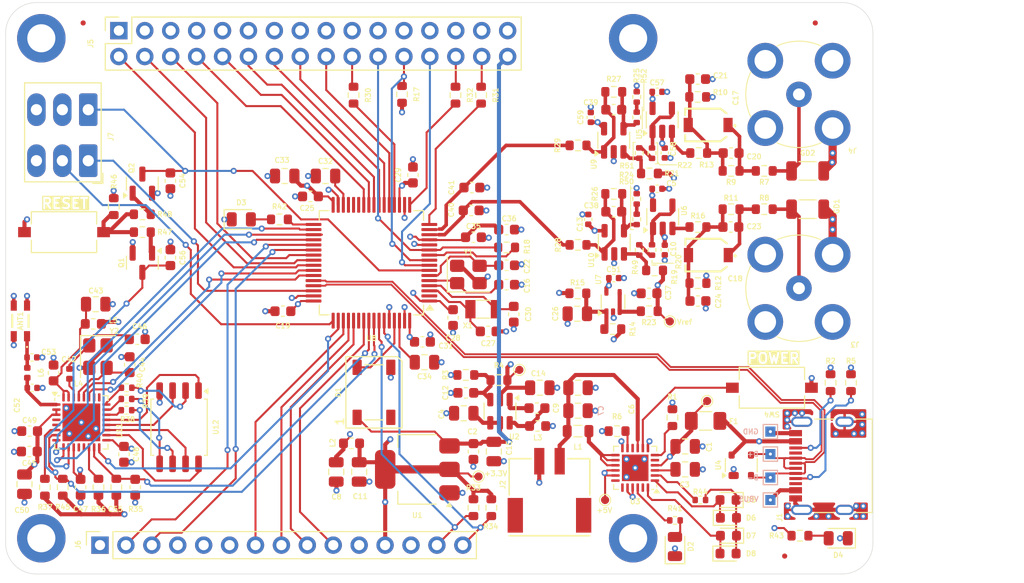
<source format=kicad_pcb>
(kicad_pcb (version 20241229) (generator "pcbnew") (generator_version "9.0")
  (title_block (title "PSLab-Mini") (date "2025-07-16") (rev "0.0.0"))
  (layers (0 "F.Cu" signal "L1.Front") (4 "In1.Cu" power "L2.Ground") (6 "In2.Cu" power "L3.Power") (2 "B.Cu" signal "L4.Signal") (13 "F.Paste" user) (15 "B.Paste" user) (5 "F.SilkS" user "F.Silkscreen") (7 "B.SilkS" user "B.Silkscreen") (1 "F.Mask" user) (3 "B.Mask" user) (25 "Edge.Cuts" user))
  (net 0 "")
  (net 1 "GND")
  (net 2 "+5V")
  (net 3 "VIN")
  (net 4 "/BC_VDD")
  (net 5 "/BC_BATT")
  (net 6 "/HSE_IN")
  (net 7 "+3V3")
  (net 8 "/HSE_OUT")
  (net 9 "/NRST")
  (net 10 "/LSE_IN")
  (net 11 "/LSE_OUT")
  (net 12 "VDDA")
  (net 13 "Net-(U11-XTAL_N)")
  (net 14 "Net-(D2-A)")
  (net 15 "Net-(D4-A)")
  (net 16 "/RGB")
  (net 17 "/BC_LED2")
  (net 18 "/BC_LED3R")
  (net 19 "/BC_LED1")
  (net 20 "/ESP_ANT_IN")
  (net 21 "VBUS")
  (net 22 "VDD_SPI")
  (net 23 "Net-(U2-BS)")
  (net 24 "Net-(U2-SW)")
  (net 25 "-2V")
  (net 26 "Net-(C17-Pad2)")
  (net 27 "Net-(C17-Pad1)")
  (net 28 "Net-(C18-Pad1)")
  (net 29 "/D-")
  (net 30 "/D+")
  (net 31 "Net-(C18-Pad2)")
  (net 32 "Net-(U7-+)")
  (net 33 "Net-(C32-Pad1)")
  (net 34 "Net-(C34-Pad1)")
  (net 35 "/CH1")
  (net 36 "/CH2")
  (net 37 "/GPIO0")
  (net 38 "/GPIO2")
  (net 39 "/RES")
  (net 40 "/GPIO1")
  (net 41 "/VOL")
  (net 42 "/LA2")
  (net 43 "/CAP")
  (net 44 "/LA1")
  (net 45 "/FQY")
  (net 46 "/GPIO3")
  (net 47 "/SPI3_SCK")
  (net 48 "/SPI3_MISO")
  (net 49 "/GPIO8")
  (net 50 "/I2C1_SCL")
  (net 51 "/SPI.CS")
  (net 52 "/SPI3_MOSI")
  (net 53 "/I2C1_SDA")
  (net 54 "/LX")
  (net 55 "/Vref")
  (net 56 "Net-(C38-Pad2)")
  (net 57 "/BC_ICHG")
  (net 58 "/BC_NTC")
  (net 59 "Net-(U2-FB)")
  (net 60 "/GPIO6")
  (net 61 "/GPIO7")
  (net 62 "/GPIO5")
  (net 63 "Net-(U10--)")
  (net 64 "/BC_LED3")
  (net 65 "/USER_LED")
  (net 66 "/BC_LED")
  (net 67 "Net-(U9--)")
  (net 68 "Net-(C39-Pad2)")
  (net 69 "EAVDD")
  (net 70 "Net-(C46-Pad2)")
  (net 71 "Net-(U11-XTAL_P)")
  (net 72 "/ESP_ANT")
  (net 73 "/ESP_{BOOT}")
  (net 74 "/GPIO4")
  (net 75 "/BC_KEY")
  (net 76 "/ESP_EN")
  (net 78 "Net-(D3-A)")
  (net 79 "Net-(J1-CC2)")
  (net 82 "Net-(J1-CC1)")
  (net 83 "/CH1_IN")
  (net 84 "Net-(Q1-B)")
  (net 85 "Net-(Q2-B)")
  (net 86 "/SWCLK")
  (net 87 "Net-(U5-+)")
  (net 88 "Net-(U6-+)")
  (net 89 "/SWDIO")
  (net 90 "Net-(U8-PC2)")
  (net 91 "/ESP_DATA_READY")
  (net 92 "/CH2_IN")
  (net 93 "Net-(U10-+)")
  (net 94 "/Vatt_1")
  (net 95 "Net-(U9-+)")
  (net 98 "/Vatt_2")
  (net 99 "Net-(U7--)")
  (net 100 "Net-(U8-PA4)")
  (net 101 "Net-(U8-PA2)")
  (net 103 "Net-(U8-PA3)")
  (net 105 "/ESP_STRAP_2")
  (net 106 "/ESP_STRAP_1")
  (net 107 "Net-(U11-SPICLK)")
  (net 109 "/ESP_SPI_CLK")
  (net 110 "/UART6_TX")
  (net 112 "/UART6_RX")
  (net 114 "Net-(U11-SPID)")
  (net 115 "/ESP_SPI_MOSI")
  (net 116 "Net-(U11-SPIQ)")
  (net 117 "/ESP_SPI_MISO")
  (net 118 "Net-(R46-Pad1)")
  (net 127 "/ESP_SPI2_MOSI")
  (net 128 "/ESP_SPI2_CLK")
  (net 129 "/ESP_UART_RX")
  (net 132 "/ESP_SPI2_MISO")
  (net 133 "/ESP_UART_TX")
  (net 134 "/ESP_FLASH_RST")
  (net 136 "/ESP_FLASH_WP")
  (net 137 "/ESP_FLASH_CS")
  (net 139 "Net-(R20-Pad2)")
  (net 140 "Net-(R22-Pad2)")
  (net 141 "Net-(R24-Pad2)")
  (net 142 "Net-(R25-Pad2)")
  (footprint "Package_TO_SOT_SMD:SOT-23" (layer "F.Cu") (at 93.05 71 90)
    (property "Reference" "Q2")
    (property "Value" "MMBT3904")
  )
  (footprint "Resistor_SMD:R_0603_1608Metric" (layer "F.Cu") (at 126.25 62.325 -90)
    (property "Reference" "R31")
    (property "Value" "200")
  )
  (footprint "pslab-mini:BNC_connector_dosinconn DOSIN-801-0050" (layer "F.Cu") (at 157.4 81.25 180)
    (property "Reference" "J3")
    (property "Value" "Conn_Coaxial")
  )
  (footprint "Resistor_SMD:R_0603_1608Metric" (layer "F.Cu") (at 113.75 62.325 -90)
    (property "Reference" "R30")
    (property "Value" "200")
  )
  (footprint "Fiducial:Fiducial_0.5mm_Mask1.5mm" (layer "F.Cu") (at 156 107.5)
    (property "Reference" "FID3" (hide yes))
    (property "Value" "BL")
  )
  (footprint "pslab-mini:SMD3216-090N" (layer "F.Cu") (at 158.25 73.5 180)
    (property "Reference" "GD1")
    (property "Value" "SMD3216-090N")
  )
  (footprint "Resistor_SMD:R_0402_1005Metric" (layer "F.Cu") (at 141.5 74.5 -90)
    (property "Reference" "R50")
    (property "Value" "3k")
  )
  (footprint "Capacitor_SMD:C_0805_2012Metric" (layer "F.Cu") (at 127.5 97.25 -90)
    (property "Reference" "C15")
    (property "Value" "22uF")
  )
  (footprint "Resistor_SMD:R_0603_1608Metric" (layer "F.Cu") (at 123.74 62.325 -90)
    (property "Reference" "R32")
    (property "Value" "200")
  )
  (footprint "Capacitor_SMD:C_0603_1608Metric" (layer "F.Cu") (at 91.25 97.525 -90)
    (property "Reference" "C48")
    (property "Value" "1uF")
  )
  (footprint "pslab-mini:USB_C_Receptacle_G-Switch_GT-USB-7010ASV" (layer "F.Cu") (at 160.8 98.65 90)
    (property "Reference" "J1")
    (property "Value" "USB_C_Receptacle_USB2.0_16P")
  )
  (footprint "Resistor_SMD:R_0603_1608Metric" (layer "F.Cu") (at 139.25 62 180)
    (property "Reference" "R27")
    (property "Value" "10k")
  )
  (footprint "Capacitor_SMD:C_0603_1608Metric" (layer "F.Cu") (at 126.95 85.48)
    (property "Reference" "C27")
    (property "Value" "10pF")
  )
  (footprint "Inductor_SMD:L_0402_1005Metric" (layer "F.Cu") (at 81.775 89.535 -90)
    (property "Reference" "L6")
    (property "Value" "TBD")
  )
  (footprint "Package_TO_SOT_SMD:SOT-223-3_TabPin2" (layer "F.Cu") (at 120 99 180)
    (property "Reference" "U1")
    (property "Value" "AMS1117-3.3")
  )
  (footprint "Capacitor_SMD:C_0805_2012Metric" (layer "F.Cu") (at 111 70.25 180)
    (property "Reference" "C32")
    (property "Value" "2.2uF")
  )
  (footprint "Resistor_SMD:R_0603_1608Metric" (layer "F.Cu") (at 147.475 62.5 180)
    (property "Reference" "R10")
    (property "Value" "180k")
  )
  (footprint "Resistor_SMD:R_0603_1608Metric" (layer "F.Cu") (at 135.75 67.25 180)
    (property "Reference" "R29")
    (property "Value" "47R")
  )
  (footprint "Fiducial:Fiducial_0.5mm_Mask1.5mm" (layer "F.Cu") (at 87.25 55.25)
    (property "Reference" "FID1" (hide yes))
    (property "Value" "TL")
  )
  (footprint "Capacitor_SMD:C_0603_1608Metric" (layer "F.Cu") (at 129.45 83.8 -90)
    (property "Reference" "C30")
    (property "Value" "10pF")
  )
  (footprint "Resistor_SMD:R_0603_1608Metric" (layer "F.Cu") (at 118.5 62.25 -90)
    (property "Reference" "R17")
    (property "Value" "5k1")
  )
  (footprint "Capacitor_SMD:C_0603_1608Metric" (layer "F.Cu") (at 128.75 80.9)
    (property "Reference" "C16")
    (property "Value" "5.6pF")
  )
  (footprint "Capacitor_SMD:C_0805_2012Metric" (layer "F.Cu") (at 114.3 99.25 90)
    (property "Reference" "C8")
    (property "Value" "10uF")
  )
  (footprint "Package_TO_SOT_SMD:SOT-23-6" (layer "F.Cu") (at 128.1 93.3 -90)
    (property "Reference" "U2")
    (property "Value" "MT2496")
  )
  (footprint "Fuse:Fuse_1206_3216Metric" (layer "F.Cu") (at 148.25 94.25 180)
    (property "Reference" "F1")
    (property "Value" "1A")
  )
  (footprint "Capacitor_SMD:C_0603_1608Metric" (layer "F.Cu") (at 95.8 78.25 -90)
    (property "Reference" "C56")
    (property "Value" "100nF")
  )
  (footprint "Capacitor_SMD:C_0805_2012Metric" (layer "F.Cu") (at 146.25 99)
    (property "Reference" "C3")
    (property "Value" "2.2uF")
  )
  (footprint "Capacitor_SMD:C_0603_1608Metric" (layer "F.Cu") (at 123.5 84.125 -90)
    (property "Reference" "C28")
    (property "Value" "100nF")
  )
  (footprint "Capacitor_SMD:C_0603_1608Metric" (layer "F.Cu") (at 139.25 63.75 180)
    (property "Reference" "C39")
    (property "Value" "1.2pF")
  )
  (footprint "Package_TO_SOT_SMD:SOT-23-5" (layer "F.Cu") (at 144.05 74.25 90)
    (property "Reference" "U6")
    (property "Value" "OPA356AIDBVR")
  )
  (footprint "Capacitor_SMD:C_0805_2012Metric" (layer "F.Cu") (at 135.75 93.25)
    (property "Reference" "C7")
    (property "Value" "22uF")
  )
  (footprint "Capacitor_SMD:C_0603_1608Metric" (layer "F.Cu") (at 125.5 97.25 90)
    (property "Reference" "C2")
    (property "Value" "1uF")
  )
  (footprint "Resistor_SMD:R_0603_1608Metric" (layer "F.Cu") (at 150.75 69.75)
    (property "Reference" "R9")
    (property "Value" "820k")
  )
  (footprint "pslab-mini:STC3MA06-T1" (layer "F.Cu") (at 148.525 78 180)
    (property "Reference" "C18")
    (property "Value" "2pF~6pF" (hide yes))
  )
  (footprint "pslab-mini:SMD3216-090N" (layer "F.Cu") (at 158.25 69.75 180)
    (property "Reference" "GD2")
    (property "Value" "SMD3216-090N")
  )
  (footprint "Fiducial:Fiducial_0.5mm_Mask1.5mm" (layer "F.Cu") (at 159 55.25)
    (property "Reference" "FID2" (hide yes))
    (property "Value" "TR")
  )
  (footprint "Button_Switch_SMD:SW_Tactile_SPST_NO_Straight_CK_PTS636Sx25SMTRLFS" (layer "F.Cu") (at 85.375 75.75 180)
    (property "Reference" "SW1" (hide yes))
    (property "Value" "Reset")
  )
  (footprint "Inductor_SMD:L_0402_1005Metric" (layer "F.Cu") (at 85.9 89.635 -90)
    (property "Reference" "L4")
    (property "Value" "24nH")
  )
  (footprint "Resistor_SMD:R_0603_1608Metric" (layer "F.Cu") (at 143.25 79.5)
    (property "Reference" "R19")
    (property "Value" "10k")
  )
  (footprint "Resistor_SMD:R_0402_1005Metric" (layer "F.Cu") (at 141.75 68 -90)
    (property "Reference" "R51")
    (property "Value" "3k")
  )
  (footprint "Capacitor_SMD:C_0402_1005Metric" (layer "F.Cu") (at 144.25 77.5 -90)
    (property "Reference" "C10")
    (property "Value" "100nF")
  )
  (footprint "Resistor_SMD:R_0603_1608Metric" (layer "F.Cu") (at 139.25 72 180)
    (property "Reference" "R26")
    (property "Value" "10k")
  )
  (footprint "pslab-mini:Test_Point_0.8mm" (layer "F.Cu") (at 130 89.25 90)
    (property "Reference" "TP6" (hide yes))
    (property "Value" "-2V")
  )
  (footprint "Capacitor_SMD:C_0603_1608Metric" (layer "F.Cu") (at 124.75 91.5)
    (property "Reference" "C12")
    (property "Value" "12pF")
  )
  (footprint "Capacitor_SMD:C_0603_1608Metric" (layer "F.Cu") (at 125.5 76.25)
    (property "Reference" "C35")
    (property "Value" "100nF")
  )
  (footprint "Resistor_SMD:R_0603_1608Metric" (layer "F.Cu") (at 125.5 102.75 90)
    (property "Reference" "R33")
    (property "Value" "5k1")
  )
  (footprint "Crystal:Crystal_SMD_3225-4Pin_3.2x2.5mm" (layer "F.Cu") (at 88.7 87.95 -90)
    (property "Reference" "Y2")
    (property "Value" "40MHz")
  )
  (footprint "Capacitor_SMD:C_0805_2012Metric" (layer "F.Cu") (at 120.7 88.5)
    (property "Reference" "C34")
    (property "Value" "2.2uF")
  )
  (footprint "Capacitor_SMD:C_0603_1608Metric" (layer "F.Cu") (at 128.75 79)
    (property "Reference" "C22")
    (property "Value" "5.6pF")
  )
  (footprint "pslab-mini:MountingHole_2.75mm_Pad" (layer "F.Cu") (at 141.15 56.75)
    (property "Reference" "MH2" (hide yes))
    (property "Value" "MountingHole_Pad")
  )
  (footprint "Resistor_SMD:R_0603_1608Metric" (layer "F.Cu") (at 106.4875 74.5 180)
    (property "Reference" "R42")
    (property "Value" "5k1")
  )
  (footprint "Package_QFP:LQFP-64_10x10mm_P0.5mm" (layer "F.Cu") (at 115.5 78.75 180)
    (property "Reference" "U8")
    (property "Value" "STM32H563RIT6")
  )
  (footprint "Resistor_SMD:R_0603_1608Metric" (layer "F.Cu") (at 88.75 100.75 -90)
    (property "Reference" "R36")
    (property "Value" "10k")
  )
  (footprint "Package_TO_SOT_SMD:SOT-23-5" (layer "F.Cu") (at 139.25 66.75 90)
    (property "Reference" "U9")
    (property "Value" "OPA356AIDBVR")
  )
  (footprint "Capacitor_SMD:C_0402_1005Metric" (layer "F.Cu") (at 143.5 62)
    (property "Reference" "C57")
    (property "Value" "100nF")
  )
  (footprint "Capacitor_SMD:C_0805_2012Metric" (layer "F.Cu") (at 135.75 91)
    (property "Reference" "C6")
    (property "Value" "22uF")
  )
  (footprint "Resistor_SMD:R_0603_1608Metric" (layer "F.Cu") (at 154 69.75)
    (property "Reference" "R7")
    (property "Value" "10R")
  )
  (footprint "Capacitor_SMD:C_0603_1608Metric" (layer "F.Cu") (at 82 95.25 180)
    (property "Reference" "C45")
    (property "Value" "100nF")
  )
  (footprint "Resistor_SMD:R_0603_1608Metric" (layer "F.Cu") (at 147.575 68)
    (property "Reference" "R13")
    (property "Value" "2k")
  )
  (footprint "Capacitor_SMD:C_0805_2012Metric" (layer "F.Cu") (at 132 91 180)
    (property "Reference" "C14")
    (property "Value" "22uF")
  )
  (footprint "Capacitor_SMD:C_0603_1608Metric" (layer "F.Cu") (at 120.5 86.5)
    (property "Reference" "C31")
    (property "Value" "100nF")
  )
  (footprint "Capacitor_SMD:C_0603_1608Metric" (layer "F.Cu") (at 81.975 97.25 180)
    (property "Reference" "C49")
    (property "Value" "1uF")
  )
  (footprint "Capacitor_SMD:C_0805_2012Metric" (layer "F.Cu") (at 107 70.25 180)
    (property "Reference" "C33")
    (property "Value" "4.7uF")
  )
  (footprint "Resistor_SMD:R_0402_1005Metric" (layer "F.Cu") (at 145.25 104)
    (property "Reference" "R41")
    (property "Value" "200")
  )
  (footprint "Resistor_SMD:R_0402_1005Metric" (layer "F.Cu") (at 147.74 102)
    (property "Reference" "R44")
    (property "Value" "200")
  )
  (footprint "LED_SMD:LED_0603_1608Metric" (layer "F.Cu") (at 150.49 103.75)
    (property "Reference" "D6")
    (property "Value" "50%")
  )
  (footprint "Capacitor_SMD:C_0603_1608Metric" (layer "F.Cu") (at 92.35 100.75 90)
    (property "Reference" "C55")
    (property "Value" "100nF")
  )
  (footprint "Resistor_SMD:R_0402_1005Metric" (layer "F.Cu") (at 141.5 64.5 -90)
    (property "Reference" "R52")
    (property "Value" "3k")
  )
  (footprint "Resistor_SMD:R_0402_1005Metric" (layer "F.Cu") (at 91.5 92.1)
    (property "Reference" "R39")
    (property "Value" "0")
  )
  (footprint "Resistor_SMD:R_0603_1608Metric" (layer "F.Cu") (at 142.75 70)
    (property "Reference" "R21")
    (property "Value" "10k")
  )
  (footprint "LED_SMD:LED_0603_1608Metric" (layer "F.Cu") (at 150.4525 107.25)
    (property "Reference" "D8")
    (property "Value" "100%")
  )
  (footprint "pslab-mini:Test_Point_0.8mm" (layer "F.Cu") (at 138.4 102)
    (property "Reference" "TP5" (hide yes))
    (property "Value" "+5V")
  )
  (footprint "Crystal:Crystal_SMD_3225-4Pin_3.2x2.5mm" (layer "F.Cu") (at 125 79.9)
    (property "Reference" "Y1")
    (property "Value" "Crystal_25MHz")
  )
  (footprint "Capacitor_SMD:C_0603_1608Metric" (layer "F.Cu") (at 147.5 82.5)
    (property "Reference" "C24")
    (property "Value" "90pF")
  )
  (footprint "Capacitor_SMD:C_0603_1608Metric" (layer "F.Cu") (at 147.475 60.75)
    (property "Reference" "C21")
    (property "Value" "90pF")
  )
  (footprint "Capacitor_SMD:C_0603_1608Metric" (layer "F.Cu") (at 139.25 73.75 180)
    (property "Reference" "C38")
    (property "Value" "1.2pF")
  )
  (footprint "pslab-mini:MountingHole_2.75mm_Pad" (layer "F.Cu") (at 83.15 56.75)
    (property "Reference" "MH1" (hide yes))
    (property "Value" "MountingHole_Pad")
  )
  (footprint "Resistor_SMD:R_0603_1608Metric" (layer "F.Cu") (at 127.25 102.75 90)
    (property "Reference" "R34")
    (property "Value" "5k1")
  )
  (footprint "LED_SMD:LED_0805_2012Metric" (layer "F.Cu") (at 161.25 105.75 180)
    (property "Reference" "D4")
    (property "Value" "BLUE")
  )
  (footprint "pslab-mini:MountingHole_2.75mm_Pad" (layer "F.Cu") (at 83.15 105.75)
    (property "Reference" "MH4" (hide yes))
    (property "Value" "MountingHole_Pad")
  )
  (footprint "Package_TO_SOT_SMD:SOT-23-5" (layer "F.Cu") (at 139.3 76.75 90)
    (property "Reference" "U10")
    (property "Value" "OPA356AIDBVR")
  )
  (footprint "Capacitor_SMD:C_0603_1608Metric" (layer "F.Cu") (at 91.815 88.74 -90)
    (property "Reference" "C44")
    (property "Value" "10pF")
  )
  (footprint "Capacitor_SMD:C_0402_1005Metric" (layer "F.Cu") (at 82.25 91.015 180)
    (property "Reference" "C52")
    (property "Value" "TBD")
  )
  (footprint "Crystal:Crystal_SMD_3215-2Pin_3.2x1.5mm" (layer "F.Cu") (at 126.45 83.3)
    (property "Reference" "X1")
    (property "Value" "32kHz768")
  )
  (footprint "Resistor_SMD:R_0603_1608Metric" (layer "F.Cu") (at 128 90.25)
    (property "Reference" "R4")
    (property "Value" "42.2k")
  )
  (footprint "Package_TO_SOT_SMD:SOT-143" (layer "F.Cu") (at 151.75 98.6 90)
    (property "Reference" "U4")
    (property "Value" "SP0503BAHT")
  )
  (footprint "Resistor_SMD:R_0603_1608Metric" (layer "F.Cu") (at 124.75 89.75)
    (property "Reference" "R3")
    (property "Value" "100k")
  )
  (footprint "Resistor_SMD:R_0603_1608Metric" (layer "F.Cu") (at 142.73 83.5)
    (property "Reference" "R23")
    (property "Value" "4R7")
  )
  (footprint "pslab-mini:Test_Point_0.8mm" (layer "F.Cu") (at 144.75 84.5)
    (property "Reference" "TP8" (hide yes))
    (property "Value" "Vref")
  )
  (footprint "pslab-mini:2.0mm_connector_edge" (layer "F.Cu") (at 132.95 99.5 180)
    (property "Reference" "J2")
    (property "Value" "BAT")
  )
  (footprint "Capacitor_SMD:C_0603_1608Metric" (layer "F.Cu") (at 92.55 86.25 180)
    (property "Reference" "C46")
    (property "Value" "10pF")
  )
  (footprint "Resistor_SMD:R_0603_1608Metric" (layer "F.Cu") (at 135.73 81.75)
    (property "Reference" "R15")
    (property "Value" "10k")
  )
  (footprint "Package_SO:SOIC-8_5.3x5.3mm_P1.27mm" (layer "F.Cu") (at 96.65 94.87 -90)
    (property "Reference" "U12")
    (property "Value" "W25Q32JV")
  )
  (footprint "Capacitor_SMD:C_0805_2012Metric" (layer "F.Cu") (at 135.68 83.75 180)
    (property "Reference" "C26")
    (property "Value" "10uF")
  )
  (footprint "Resistor_SMD:R_0402_1005Metric" (layer "F.Cu") (at 91.51 91)
    (property "Reference" "R40")
    (property "Value" "0")
  )
  (footprint "Capacitor_SMD:C_0805_2012Metric" (layer "F.Cu") (at 112.05 99.25 -90)
    (property "Reference" "C11")
    (property "Value" "22uF")
  )
  (footprint "Resistor_SMD:R_0603_1608Metric" (layer "F.Cu") (at 160.5 90.5 -90)
    (property "Reference" "R2")
    (property "Value" "5k1")
  )
  (footprint "LED_SMD:LED_0603_1608Metric" (layer "F.Cu") (at 150.49 105.5 180)
    (property "Reference" "D7")
    (property "Value" "75%")
  )
  (footprint "Capacitor_SMD:C_0603_1608Metric" (layer "F.Cu") (at 95.8 70.725 -90)
    (property "Reference" "C54")
    (property "Value" "100nF")
  )
  (footprint "Capacitor_SMD:C_0603_1608Metric" (layer "F.Cu") (at 106.825 83.5 180)
    (property "Reference" "C19")
    (property "Value" "100nF")
  )
  (footprint "Capacitor_SMD:C_0402_1005Metric" (layer "F.Cu") (at 144.25 67.99 -90)
    (property "Reference" "C58")
    (property "Value" "100nF")
  )
  (footprint "Package_TO_SOT_SMD:SOT-23-5" (layer "F.Cu") (at 144 64.75 90)
    (property "Reference" "U5")
    (property "Value" "OPA356AIDBVR")
  )
  (footprint "Resistor_SMD:R_0603_1608Metric" (layer "F.Cu") (at 90.25 73.25 90)
    (property "Reference" "R46")
    (property "Value" "10k")
  )
  (footprint "LED_SMD:LED_0805_2012Metric" (layer "F.Cu") (at 145.25 106.5625 90)
    (property "Reference" "D2")
    (property "Value" "GREEN")
  )
  (footprint "Capacitor_SMD:C_0603_1608Metric" (layer "F.Cu") (at 109.525 72.25 180)
    (property "Reference" "C25")
    (property "Value" "100nF")
  )
  (footprint "Resistor_SMD:R_0402_1005Metric" (layer "F.Cu") (at 141.5 62.5 -90)
    (property "Reference" "R25")
    (property "Value" "3k")
  )
  (footprint "Capacitor_SMD:C_0805_2012Metric" (layer "F.Cu") (at 81.5 100.45 -90)
    (property "Reference" "C50")
    (property "Value" "10uF")
  )
  (footprint "Resistor_SMD:R_0402_1005Metric" (layer "F.Cu") (at 141.75 77.5 -90)
    (property "Reference" "R49")
    (property "Value" "3k")
  )
  (footprint "Resistor_SMD:R_0603_1608Metric" (layer "F.Cu") (at 135.75 77 180)
    (property "Reference" "R28")
    (property "Value" "47R")
  )
  (footprint "Resistor_SMD:R_0603_1608Metric" (layer "F.Cu") (at 162.5 90.5 -90)
    (property "Reference" "R5")
    (property "Value" "5k1")
  )
  (footprint "Capacitor_SMD:C_0603_1608Metric" (layer "F.Cu") (at 128.75 75.5)
    (property "Reference" "C36")
    (property "Value" "1uF")
  )
  (footprint "pslab-mini:Test_Point_0.8mm" (layer "F.Cu") (at 148.4 92.3)
    (property "Reference" "TP7" (hide yes))
    (property "Value" "VIN")
  )
  (footprint "Capacitor_SMD:C_0402_1005Metric" (layer "F.Cu") (at 137 64.5 90)
    (property "Reference" "C59")
    (property "Value" "100nF")
  )
  (footprint "Connector_PinSocket_2.54mm:PinSocket_2x16_P2.54mm_Vertical" (layer "F.Cu") (at 90.75 56 90)
    (property "Reference" "J5")
    (property "Value" "Conn_02x16_Odd_Even" (hide yes))
  )
  (footprint "Package_TO_SOT_SMD:SOT-23" (layer "F.Cu") (at 93.05 78.75 -90)
    (property "Reference" "Q1")
    (property "Value" "MMBT3904")
  )
  (footprint "LED_SMD:LED_0603_1608Metric" (layer "F.Cu") (at 150.4525 102 180)
    (property "Reference" "D5")
    (property "Value" "25%")
  )
  (footprint "Resistor_SMD:R_0603_1608Metric" (layer "F.Cu") (at 128.75 77.25)
    (property "Reference" "R18")
    (property "Value" "10k")
  )
  (footprint "pslab-mini:Test_Point_0.8mm" (layer "F.Cu") (at 126 99.7)
    (property "Reference" "TP1" (hide yes))
    (property "Value" "+3V3")
  )
  (footprint "Capacitor_SMD:C_0402_1005Metric" (layer "F.Cu") (at 82.23 88.025 180)
    (property "Reference" "C53")
    (property "Value" "TBD")
  )
  (footprint "Resistor_SMD:R_0603_1608Metric" (layer "F.Cu") (at 157.5 105.5)
    (property "Reference" "R43")
    (property "Value" "5k1")
  )
  (footprint "Package_DFN_QFN:QFN-32-1EP_5x5mm_P0.5mm_EP3.7x3.7mm" (layer "F.Cu") (at 87.075 94.395)
    (property "Reference" "U11")
    (property "Value" "ESP32-C3")
  )
  (footprint "Resistor_SMD:R_0603_1608Metric" (layer "F.Cu") (at 145 93.925 -90)
    (property "Reference" "R1")
    (property "Value" "51k")
  )
  (footprint "Capacitor_SMD:C_0805_2012Metric" (layer "F.Cu") (at 146.25 96.75)
    (property "Reference" "C1")
    (property "Value" "22uF")
  )
  (footprint "Capacitor_SMD:C_0603_1608Metric" (layer "F.Cu") (at 142.705 81.75 180)
    (property "Reference" "C37")
    (property "Value" "100nF")
  )
  (footprint "Capacitor_SMD:C_0603_1608Metric" (layer "F.Cu") (at 131.725 93 180)
    (property "Reference" "C9")
    (property "Value" "22nF")
  )
  (footprint "Resistor_SMD:R_0603_1608Metric" (layer "F.Cu") (at 150.75 73.5)
    (property "Reference" "R11")
    (property "Value" "820k")
  )
  (footprint "Button_Switch_SMD:SW_Tactile_SPST_NO_Straight_CK_PTS636Sx25SMTRLFS" (layer "F.Cu") (at 154.75 91 180)
    (property "Reference" "SW4")
    (property "Value" "Power")
  )
  (footprint "Capacitor_SMD:C_0805_2012Metric" (layer "F.Cu") (at 88.48 82.81)
    (property "Reference" "C43")
    (property "Value" "10uF")
  )
  (footprint "Package_DFN_QFN:QFN-24-1EP_4x4mm_P0.5mm_EP2.6x2.6mm" (layer "F.Cu") (at 141.35 98.85 180)
    (property "Reference" "U3")
    (property "Value" "IP5189T")
  )
  (footprint "pslab-mini:pslab-mini_2x03_P2.54mm" (layer "F.Cu") (at 87.75 68.75 180)
    (property "Reference" "J7")
    (property "Value" "Conn_02x03_Top_Bottom")
  )
  (footprint "Package_TO_SOT_SMD:SOT-353_SC-70-5" (layer "F.Cu") (at 139.18 82.6 90)
    (property "Reference" "U7")
    (property "Value" "TLV9001IDCK")
  )
  (footprint "Resistor_SMD:R_0603_1608Metric" (layer "F.Cu") (at 139.155 85.25)
    (property "Reference" "R14")
    (property "Value" "10k")
  )
  (footprint "Capacitor_SMD:C_0805_2012Metric" (layer "F.Cu") (at 124.55 93.5 180)
    (property "Reference" "C4")
    (property "Value" "22uF")
  )
  (footprint "Resistor_SMD:R_0603_1608Metric" (layer "F.Cu") (at 90.5 100.75 -90)
    (property "Reference" "R35")
    (property "Value" "10k")
  )
  (footprint "Connector_PinSocket_2.54mm:PinSocket_1x15_P2.54mm_Vertical" (layer "F.Cu") (at 88.9 106.425 90)
    (property "Reference" "J6")
    (property "Value" "Conn_01x15_Socket" (hide yes))
  )
  (footprint "Resistor_SMD:R_0603_1608Metric" (layer "F.Cu") (at 83.5 100.75 -90)
    (property "Reference" "R37")
    (property "Value" "10k")
  )
  (footprint "pslab-mini:2450AT18D0100001E" (layer "F.Cu") (at 81.1 84.45 90)
    (property "Reference" "ANT1")
    (property "Value" "2450AT18D0100001E" (hide yes))
  )
  (footprint "Inductor_SMD:L_0805_2012Metric" (layer "F.Cu") (at 135.75 95.25 180)
    (property "Reference" "L1")
    (property "Value" "4.7uH")
  )
  (footprint "Capacitor_SMD:C_0603_1608Metric" (layer "F.Cu") (at 119.57 70.15 90)
    (property "Reference" "C29")
    (property "Value" "100nF")
  )
  (footprint "pslab-mini:MountingHole_2.75mm_Pad" (layer "F.Cu") (at 141.15 105.75)
    (property "Reference" "MH3" (hide yes))
    (property "Value" "MountingHole_Pad")
  )
  (footprint "Inductor_SMD:L_0603_1608Metric" (layer "F.Cu") (at 131.7875 94.75)
    (property "Reference" "L3")
    (property "Value" "3.3uH")
  )
  (footprint "Capacitor_SMD:C_0402_1005Metric" (layer "F.Cu") (at 143.5 71.5)
    (property "Reference" "C5")
    (property "Value" "100nF")
  )
  (footprint "Capacitor_SMD:C_0603_1608Metric" (layer "F.Cu") (at 84.35 89.55 90)
    (property "Reference" "C42")
    (property "Value" "1uF")
  )
  (footprint "Inductor_SMD:L_0603_1608Metric" (layer "F.Cu") (at 113.55 96.45)
    (property "Reference" "L2")
    (property "Value" "3.3uH")
  )
  (footprint "Resistor_SMD:R_0603_1608Metric" (layer "F.Cu") (at 147.5 75.25)
    (property "Reference" "R16")
    (property "Value" "2k")
  )
  (footprint "Resistor_SMD:R_0402_1005Metric" (layer "F.Cu") (at 143 77.5 -90)
    (property "Reference" "R20")
    (property "Value" "3k")
  )
  (footprint "Resistor_SMD:R_0402_1005Metric" (layer "F.Cu") (at 91.5 93.2 180)
    (property "Reference" "R38")
    (property "Value" "0")
  )
  (footprint "pslab-mini:BNC_connector_dosinconn DOSIN-801-0050" (layer "F.Cu") (at 157.4 62.25 180)
    (property "Reference" "J4")
    (property "Value" "Conn_Coaxial")
  )
  (footprint "Resistor_SMD:R_0402_1005Metric" (layer "F.Cu") (at 143 68.01 -90)
    (property "Reference" "R22")
    (property "Value" "3k")
  )
  (footprint "Resistor_SMD:R_0603_1608Metric" (layer "F.Cu") (at 154 73.5)
    (property "Reference" "R8")
    (property "Value" "10R")
  )
  (footprint "Resistor_SMD:R_0603_1608Metric" (layer "F.Cu") (at 147.5 80.75 180)
    (property "Reference" "R12")
    (property "Value" "180k")
  )
  (footprint "Resistor_SMD:R_0603_1608Metric" (layer "F.Cu") (at 85.25 100.75 -90)
    (property "Reference" "R45")
    (property "Value" "10k")
  )
  (footprint "Inductor_SMD:L_0603_1608Metric" (layer "F.Cu") (at 88.2475 84.74 180)
    (property "Reference" "L5")
    (property "Value" "3.3uH")
  )
  (footprint "Capacitor_SMD:C_0402_1005Metric" (layer "F.Cu") (at 136.75 74.5 90)
    (property "Reference" "C13")
    (property "Value" "100nF")
  )
  (footprint "Resistor_SMD:R_0603_1608Metric" (layer "F.Cu") (at 93.05 74)
    (property "Reference" "R48")
    (property "Value" "10k")
  )
  (footprint "Resistor_SMD:R_0402_1005Metric" (layer "F.Cu") (at 141.5 72.49 -90)
    (property "Reference" "R24")
    (property "Value" "3k")
  )
  (footprint "Resistor_SMD:R_0603_1608Metric" (layer "F.Cu") (at 139.575 95.25)
    (property "Reference" "R6")
    (property "Value" "200k")
  )
  (footprint "pslab-mini:STC3MA06-T1" (layer "F.Cu") (at 148.5 65.25 180)
    (property "Reference" "C17")
    (property "Value" "2pF~6pF" (hide yes))
  )
  (footprint "Resistor_SMD:R_0603_1608Metric" (layer "F.Cu") (at 93.05 75.75)
    (property "Reference" "R47")
    (property "Value" "10k")
  )
  (footprint "Capacitor_SMD:C_0603_1608Metric" (layer "F.Cu") (at 125.28 73.62 180)
    (property "Reference" "C40")
    (property "Value" "22pF")
  )
  (footprint "LED_SMD:LED_0805_2012Metric" (layer "F.Cu") (at 102.75 74.5)
    (property "Reference" "D3")
    (property "Value" "GREEN")
  )
  (footprint "Capacitor_SMD:C_0603_1608Metric" (layer "F.Cu") (at 87 100.75 -90)
    (property "Reference" "C47")
    (property "Value" "100nF")
  )
  (footprint "Capacitor_SMD:C_0402_1005Metric" (layer "F.Cu") (at 139.25 80.25)
    (property "Reference" "C51")
    (property "Value" "100nF")
  )
  (footprint "LED_SMD:LED_WS2812B_PLCC4_5.0x5.0mm_P3.2mm" (layer "F.Cu") (at 115.75 91.45 90)
    (property "Reference" "D1")
    (property "Value" "WS2812B")
  )
  (footprint "Capacitor_SMD:C_0603_1608Metric" (layer "F.Cu") (at 150.75 68 180)
    (property "Reference" "C20")
    (property "Value" "16pF")
  )
  (footprint "Capacitor_SMD:C_0603_1608Metric" (layer "F.Cu") (at 125.345 71.38 180)
    (property "Reference" "C41")
    (property "Value" "22pF")
  )
  (footprint "Capacitor_SMD:C_0603_1608Metric" (layer "F.Cu") (at 150.725 75.25 180)
    (property "Reference" "C23")
    (property "Value" "16pF")
  )
  (footprint "TestPoint:TestPoint_Pad_1.0x1.0mm" (layer "B.Cu") (at 154.6 99.8 180)
    (property "Reference" "TP2" (hide yes))
    (property "Value" "USBD-")
  )
  (footprint "TestPoint:TestPoint_Pad_1.0x1.0mm" (layer "B.Cu") (at 154.6 102 180)
    (property "Reference" "TP4" (hide yes))
    (property "Value" "VBUS")
  )
  (footprint "TestPoint:TestPoint_Pad_1.0x1.0mm" (layer "B.Cu") (at 154.6 97.5 180)
    (property "Reference" "TP3" (hide yes))
    (property "Value" "USBD+")
  )
  (footprint "TestPoint:TestPoint_Pad_1.0x1.0mm" (layer "B.Cu") (at 154.6 95.3 180)
    (property "Reference" "TP9" (hide yes))
    (property "Value" "GND")
  )
  (gr_line (start 141.1 71.45) (end 140.9 71.45) (stroke (width 0.1)) (layer "F.SilkS"))
  (gr_line (start 143.55 69.05) (end 143.3 69.05) (stroke (width 0.1)) (layer "F.SilkS"))
  (gr_line (start 143.55 68.85) (end 143.75 69.15) (stroke (width 0.1)) (layer "F.SilkS"))
  (gr_line (start 142.2 63.85) (end 142.2 61.2) (stroke (width 0.1)) (layer "F.SilkS"))
  (gr_line (start 143 78.5) (end 143 78.8) (stroke (width 0.1)) (layer "F.SilkS"))
  (gr_line (start 142.05 63.85) (end 142.2 63.85) (stroke (width 0.1)) (layer "F.SilkS"))
  (gr_line (start 143.55 68.95) (end 143.55 69.05) (stroke (width 0.1)) (layer "F.SilkS"))
  (gr_line (start 142 65.6) (end 142.05 65.6) (stroke (width 0.1)) (layer "F.SilkS"))
  (gr_line (start 143.55 67) (end 143.55 68.95) (stroke (width 0.1)) (layer "F.SilkS"))
  (gr_line (start 140.9 71.2) (end 140.9 75.5) (stroke (width 0.1)) (layer "F.SilkS"))
  (gr_line (start 143 78.8) (end 145.15 78.8) (stroke (width 0.1)) (layer "F.SilkS"))
  (gr_line (start 141.15 66.95) (end 141.15 68.75) (stroke (width 0.1)) (layer "F.SilkS"))
  (gr_line (start 143.75 69.15) (end 145.4 69.15) (stroke (width 0.1)) (layer "F.SilkS"))
  (gr_line (start 141.35 66.95) (end 141.15 66.95) (stroke (width 0.1)) (layer "F.SilkS"))
  (gr_line (start 143.35 67) (end 143.55 67) (stroke (width 0.1)) (layer "F.SilkS"))
  (gr_line (start 142.05 65.6) (end 142.05 63.5) (stroke (width 0.1)) (layer "F.SilkS"))
  (gr_line (start 141.175 75.5) (end 140.925 75.5) (stroke (width 0.1)) (layer "F.SilkS"))
  (gr_line (start 82.65 109.25) (end 161.65 109.25) (stroke (width 0.05)) (layer "Edge.Cuts"))
  (gr_line (start 164.65 56.25) (end 164.65 106.25) (stroke (width 0.05)) (layer "Edge.Cuts"))
  (gr_line (start 82.65 53.25) (end 161.65 53.25) (stroke (width 0.05)) (layer "Edge.Cuts"))
  (gr_arc (start 82.65 109.25) (mid 80.52868 108.37132) (end 79.65 106.25) (stroke (width 0.05)) (layer "Edge.Cuts"))
  (gr_arc (start 79.65 56.25) (mid 80.52868 54.12868) (end 82.65 53.25) (stroke (width 0.05)) (layer "Edge.Cuts"))
  (gr_arc (start 161.65 53.25) (mid 163.77132 54.12868) (end 164.65 56.25) (stroke (width 0.05)) (layer "Edge.Cuts"))
  (gr_line (start 79.65 56.25) (end 79.65 106.25) (stroke (width 0.05)) (layer "Edge.Cuts"))
  (gr_arc (start 164.65 106.25) (mid 163.77132 108.37132) (end 161.65 109.25) (stroke (width 0.05)) (layer "Edge.Cuts"))
  (gr_text "+5V" (at 137.5 103.3 0) (layer "F.SilkS") (effects (font (size 0.5 0.5) (thickness 0.1) (bold yes)) (justify left bottom)))
  (gr_text "RESET" (at 83.07 73.53 0) (layer "F.SilkS" knockout) (effects (font (size 1 1) (thickness 0.2) (bold yes)) (justify left bottom)))
  (gr_text "+3.3V" (at 126.5 99.7 0) (layer "F.SilkS") (effects (font (size 0.5 0.5) (thickness 0.1) (bold yes)) (justify left bottom)))
  (gr_text "Vref" (at 145.4 84.85 0) (layer "F.SilkS") (effects (font (size 0.5 0.5) (thickness 0.1) (bold yes)) (justify left bottom)))
  (gr_text "POWER" (at 152.205 88.7 0) (layer "F.SilkS" knockout) (effects (font (size 1 1) (thickness 0.2) (bold yes)) (justify left bottom)))
  (gr_text "GND\n" (at 153.5 95.6 0) (layer "B.SilkS") (effects (font (size 0.5 0.5) (thickness 0.1) (bold yes)) (justify left bottom mirror)))
  (gr_text "D-" (at 153.5 100.1 0) (layer "B.SilkS") (effects (font (size 0.5 0.5) (thickness 0.1) (bold yes)) (justify left bottom mirror)))
  (gr_text "VBUS" (at 153.5 102.2 0) (layer "B.SilkS") (effects (font (size 0.5 0.5) (thickness 0.1) (bold yes)) (justify left bottom mirror)))
  (gr_text "D+" (at 153.5 97.8 0) (layer "B.SilkS") (effects (font (size 0.5 0.5) (thickness 0.1) (bold yes)) (justify left bottom mirror)))
  (segment (start 124.425 101.3) (end 123.15 101.3) (width 0.4) (layer "F.Cu") (net 1))
  (segment (start 117.250001 83.416148) (end 117.25 83.416149) (width 0.2) (layer "F.Cu") (net 1))
  (segment (start 154.025 59.025) (end 154.1 58.95) (width 0.8) (layer "F.Cu") (net 1))
  (segment (start 160.6625 68.9125) (end 159.825 69.75) (width 0.8) (layer "F.Cu") (net 1))
  (segment (start 123.5 85.6) (end 123.5 84.9) (width 0.4) (layer "F.Cu") (net 1))
  (segment (start 147.95 96.75) (end 147.2 96.75) (width 0.4) (layer "F.Cu") (net 1))
  (segment (start 91.99 98.3) (end 91.25 98.3) (width 0.4) (layer "F.Cu") (net 1))
  (segment (start 126.48 76.25) (end 126.275 76.25) (width 0.4) (layer "F.Cu") (net 1))
  (segment (start 90.988207 87.986793) (end 91.01 87.965) (width 0.4) (layer "F.Cu") (net 1))
  (segment (start 118.75 74.053676) (end 118.75 73.075) (width 0.2) (layer "F.Cu") (net 1))
  (segment (start 93.325 85.5) (end 93.325 86.25) (width 0.4) (layer "F.Cu") (net 1))
  (segment (start 112.075 100.275) (end 112.05 100.25) (width 0.4) (layer "F.Cu") (net 1))
  (segment (start 111.3 71.6) (end 111.583824 71.6) (width 0.2) (layer "F.Cu") (net 1))
  (segment (start 151 98.975) (end 151 99.6) (width 0.4) (layer "F.Cu") (net 1))
  (segment (start 160.7 74.2) (end 160.7 74.5) (width 0.8) (layer "F.Cu") (net 1))
  (segment (start 158.625 91) (end 158.625 90.075) (width 0.4) (layer "F.Cu") (net 1))
  (segment (start 126.1 80.75) (end 126.25 80.75) (width 0.4) (layer "F.Cu") (net 1))
  (segment (start 92.1 77.1) (end 92.1 77.8125) (width 0.4) (layer "F.Cu") (net 1))
  (segment (start 130.19 75.5) (end 129.525 75.5) (width 0.4) (layer "F.Cu") (net 1))
  (segment (start 148.27 83.22) (end 148.27 82.53) (width 0.35) (layer "F.Cu") (net 1))
  (segment (start 145.25 106.75) (end 145.25 107.5) (width 0.4) (layer "F.Cu") (net 1))
  (segment (start 130.22 78.9) (end 129.525 78.9) (width 0.4) (layer "F.Cu") (net 1))
  (segment (start 89.55 86.87758) (end 89.55 86.85) (width 0.4) (layer "F.Cu") (net 1))
  (segment (start 119.95 76.9) (end 120.05 77) (width 0.2) (layer "F.Cu") (net 1))
  (segment (start 160.7 65.55) (end 160.7 68) (width 0.8) (layer "F.Cu") (net 1))
  (segment (start 108.3 82) (end 109.825 82) (width 0.2) (layer "F.Cu") (net 1))
  (segment (start 95.8 72.19) (end 95.8 71.5) (width 0.4) (layer "F.Cu") (net 1))
  (segment (start 95.81 76.68) (end 95.81 77.04) (width 0.4) (layer "F.Cu") (net 1))
  (segment (start 140 96.25) (end 140.1 96.35) (width 0.2) (layer "F.Cu") (net 1))
  (segment (start 118.749999 74.053677) (end 118.75 74.053676) (width 0.2) (layer "F.Cu") (net 1))
  (segment (start 87 102.25) (end 87 101.525) (width 0.4) (layer "F.Cu") (net 1))
  (segment (start 131.951163 100.3) (end 131.951163 99.992442) (width 0.4) (layer "F.Cu") (net 1))
  (segment (start 129.45 85.25) (end 129.45 84.575) (width 0.4) (layer "F.Cu") (net 1))
  (segment (start 106.045829 70.254171) (end 106.05 70.25) (width 0.4) (layer "F.Cu") (net 1))
  (segment (start 158.625 90.075) (end 158.65 90.05) (width 0.4) (layer "F.Cu") (net 1))
  (segment (start 121.65 88.5) (end 122.37 88.5) (width 0.4) (layer "F.Cu") (net 1))
  (segment (start 141.5 61.4) (end 141.5 61.99) (width 0.35) (layer "F.Cu") (net 1))
  (segment (start 123.488876 79.270829) (end 123.709705 79.05) (width 0.4) (layer "F.Cu") (net 1))
  (segment (start 148.275 82.525) (end 148.275 82.5) (width 0.35) (layer "F.Cu") (net 1))
  (segment (start 87.85 89.05) (end 87.85 88.57758) (width 0.4) (layer "F.Cu") (net 1))
  (segment (start 160.5 89.025) (end 160.5 89.675) (width 0.4) (layer "F.Cu") (net 1))
  (segment (start 160 73.5) (end 160.7 74.2) (width 0.8) (layer "F.Cu") (net 1))
  (segment (start 101.8125 74.5) (end 101.09 74.5) (width 0.4) (layer "F.Cu") (net 1))
  (segment (start 121.275 86.375) (end 121.275 86.5) (width 0.4) (layer "F.Cu") (net 1))
  (segment (start 108.75 72.25) (end 108.025 72.25) (width 0.4) (layer "F.Cu") (net 1))
  (segment (start 90.24 71.69) (end 90.24 72.415) (width 0.4) (layer "F.Cu") (net 1))
  (segment (start 92.11 77.09) (end 92.1 77.1) (width 0.4) (layer "F.Cu") (net 1))
  (segment (start 80.475 97.275) (end 81.175 97.275) (width 0.4) (layer "F.Cu") (net 1))
  (segment (start 160.7 74.5) (end 160.7 75.5) (width 0.8) (layer "F.Cu") (net 1))
  (segment (start 128.475 98.2) (end 127.5 98.2) (width 0.4) (layer "F.Cu") (net 1))
  (segment (start 147.975 99) (end 147.2 99) (width 0.4) (layer "F.Cu") (net 1))
  (segment (start 94.55 71.93) (end 94.045 71.93) (width 0.4) (layer "F.Cu") (net 1))
  (segment (start 123.29 89.75) (end 123.925 89.75) (width 0.4) (layer "F.Cu") (net 1))
  (segment (start 161.425 105.75) (end 162.1875 105.75) (width 0.4) (layer "F.Cu") (net 1))
  (segment (start 144.25 78.51) (end 144.25 77.98) (width 0.35) (layer "F.Cu") (net 1))
  (segment (start 148.94 62.51) (end 148.31 62.51) (width 0.35) (layer "F.Cu") (net 1))
  (segment (start 119.7 76.9) (end 119.95 76.9) (width 0.2) (layer "F.Cu") (net 1))
  (segment (start 133.7 91) (end 132.95 91) (width 0.4) (layer "F.Cu") (net 1))
  (segment (start 136.7 91) (end 137.475 91) (width 0.4) (layer "F.Cu") (net 1))
  (segment (start 157.64 102.96) (end 161.84 102.96) (width 0.4) (layer "F.Cu") (net 1))
  (segment (start 125.95 80.75) (end 124.25 79.05) (width 0.4) (layer "F.Cu") (net 1))
  (segment (start 101.09 74.5) (end 101.083909 74.506091) (width 0.4) (layer "F.Cu") (net 1))
  (segment (start 107.7 82.2) (end 108.1 82.2) (width 0.2) (layer "F.Cu") (net 1))
  (segment (start 140.1 96.35) (end 140.1 96.9125) (width 0.2) (layer "F.Cu") (net 1))
  (segment (start 123.28 91.51) (end 123.965 91.51) (width 0.4) (layer "F.Cu") (net 1))
  (segment (start 108.1 82.2) (end 108.3 82) (width 0.2) (layer "F.Cu") (net 1))
  (segment (start 144.48 62) (end 143.98 62) (width 0.35) (layer "F.Cu") (net 1))
  (segment (start 89.55 86.85) (end 89.85 86.85) (width 0.4) (layer "F.Cu") (net 1))
  (segment (start 112.201 72.217176) (end 112.201 73.026) (width 0.2) (layer "F.Cu") (net 1))
  (segment (start 139.29 77.8975) (end 139.3 77.8875) (width 0.35) (layer "F.Cu") (net 1))
  (segment (start 131.95 99.991279) (end 131.95 98.2) (width 0.4) (layer "F.Cu") (net 1))
  (segment (start 133.923058 81.723058) (end 134.723058 81.723058) (width 0.4) (layer "F.Cu") (net 1))
  (segment (start 157.04 102.36) (end 157.64 102.96) (width 0.4) (layer "F.Cu") (net 1))
  (segment (start 137 63.48) (end 137 64.02) (width 0.35) (layer "F.Cu") (net 1))
  (segment (start 117.4 89) (end 117.4 90) (width 0.4) (layer "F.Cu") (net 1))
  (segment (start 127 76.3) (end 126.53 76.3) (width 0.4) (layer "F.Cu") (net 1))
  (segment (start 144.67 71.5) (end 144.68 71.49) (width 0.35) (layer "F.Cu") (net 1))
  (segment (start 133.275 94.75) (end 132.575 94.75) (width 0.4) (layer "F.Cu") (net 1))
  (segment (start 123.965 91.51) (end 123.975 91.5) (width 0.4) (layer "F.Cu") (net 1))
  (segment (start 106.05 83.5) (end 105.1 83.5) (width 0.4) (layer "F.Cu") (net 1))
  (segment (start 112.075 101.075) (end 112.075 100.275) (width 0.4) (layer "F.Cu") (net 1))
  (segment (start 142.6 96.9125) (end 142.6 96.4) (width 0.2) (layer "F.Cu") (net 1))
  (segment (start 94.0375 71.9375) (end 94 71.9375) (width 0.4) (layer "F.Cu") (net 1))
  (segment (start 117.250001 83.1) (end 117.250001 83.416148) (width 0.2) (layer "F.Cu") (net 1))
  (segment (start 134.73 84.73) (end 134.73 83.75) (width 0.4) (layer "F.Cu") (net 1))
  (segment (start 144.25 68.47) (end 144.8 68.47) (width 0.35) (layer "F.Cu") (net 1))
  (segment (start 125.499974 98.716122) (end 125.499974 98.025026) (width 0.4) (layer "F.Cu") (net 1))
  (segment (start 131.951163 99.992442) (end 131.95 99.991279) (width 0.4) (layer "F.Cu") (net 1))
  (segment (start 80.45 85.95) (end 80.45 86.825) (width 0.35) (layer "F.Cu") (net 1))
  (segment (start 148.31 62.51) (end 148.3 62.5) (width 0.35) (layer "F.Cu") (net 1))
  (segment (start 137.45 93.25) (end 136.7 93.25) (width 0.4) (layer "F.Cu") (net 1))
  (segment (start 81.75 82.025) (end 81.75 82.95) (width 0.35) (layer "F.Cu") (net 1))
  (segment (start 126.53 76.3) (end 126.48 76.25) (width 0.4) (layer "F.Cu") (net 1))
  (segment (start 90.24 72.415) (end 90.25 72.425) (width 0.4) (layer "F.Cu") (net 1))
  (segment (start 118.749999 74.349999) (end 118.749999 74.053677) (width 0.2) (layer "F.Cu") (net 1))
  (segment (start 126.75 73.62) (end 126.76 73.63) (width 0.35) (layer "F.Cu") (net 1))
  (segment (start 111.583824 71.6) (end 112.201 72.217176) (width 0.2) (layer "F.Cu") (net 1))
  (segment (start 130.22 80.9) (end 129.525 80.9) (width 0.4) (layer "F.Cu") (net 1))
  (segment (start 105.320829 70.254171) (end 106.045829 70.254171) (width 0.4) (layer "F.Cu") (net 1))
  (segment (start 136.74 74.01) (end 136.75 74.02) (width 0.35) (layer "F.Cu") (net 1))
  (segment (start 84.35 88.05) (end 84.35 88.775) (width 0.4) (layer "F.Cu") (net 1))
  (segment (start 115.3 100.2) (end 114.3 100.2) (width 0.4) (layer "F.Cu") (net 1))
  (segment (start 141.5 71.44) (end 141.5 71.98) (width 0.35) (layer "F.Cu") (net 1))
  (segment (start 124.25 79.05) (end 123.9 79.05) (width 0.4) (layer "F.Cu") (net 1))
  (segment (start 83.275 91.015) (end 82.73 91.015) (width 0.4) (layer "F.Cu") (net 1))
  (segment (start 128.7 85.48) (end 127.725 85.48) (width 0.4) (layer "F.Cu") (net 1))
  (segment (start 139.25 68.79) (end 139.25 67.8875) (width 0.35) (layer "F.Cu") (net 1))
  (segment (start 80.525 95.25) (end 81.225 95.25) (width 0.4) (layer "F.Cu") (net 1))
  (segment (start 92.11 76.73) (end 92.11 77.09) (width 0.4) (layer "F.Cu") (net 1))
  (segment (start 133.9 81.7) (end 133.923058 81.723058) (width 0.4) (layer "F.Cu") (net 1))
  (segment (start 159.825 73.5) (end 160 73.5) (width 0.8) (layer "F.Cu") (net 1))
  (segment (start 91.01 87.965) (end 91.815 87.965) (width 0.4) (layer "F.Cu") (net 1))
  (segment (start 143.98 71.5) (end 144.67 71.5) (width 0.35) (layer "F.Cu") (net 1))
  (segment (start 157.04 101.84) (end 157.04 102.36) (width 0.4) (layer "F.Cu") (net 1))
  (segment (start 112.201 73.026) (end 112.25 73.075) (width 0.2) (layer "F.Cu") (net 1))
  (segment (start 148.27 82.53) (end 148.275 82.525) (width 0.35) (layer "F.Cu") (net 1))
  (segment (start 138.1 95.25) (end 138.75 95.25) (width 0.4) (layer "F.Cu") (net 1))
  (segment (start 87.85 89.05) (end 86.9 89.05) (width 0.4) (layer "F.Cu") (net 1))
  (segment (start 112.05 100.25) (end 112.05 100.2) (width 0.4) (layer "F.Cu") (net 1))
  (segment (start 134.723058 81.723058) (end 134.75 81.75) (width 0.4) (layer "F.Cu") (net 1))
  (segment (start 120.05 77) (end 121.175 77) (width 0.2) (layer "F.Cu") (net 1))
  (segment (start 125.499974 98.025026) (end 125.5 98.025) (width 0.4) (layer "F.Cu") (net 1))
  (segment (start 94.745 92.122818) (end 94.745 91.2825) (width 0.4) (layer "F.Cu") (net 1))
  (segment (start 136.18 74.01) (end 136.74 74.01) (width 0.35) (layer "F.Cu") (net 1))
  (segment (start 80.45 82.95) (end 80.45 82) (width 0.35) (layer "F.Cu") (net 1))
  (segment (start 87.85 88.57758) (end 89.55 86.87758) (width 0.4) (layer "F.Cu") (net 1))
  (segment (start 160.7 68) (end 160.7 68.875) (width 0.8) (layer "F.Cu") (net 1))
  (segment (start 139.29 78.8) (end 139.29 77.8975) (width 0.35) (layer "F.Cu") (net 1))
  (segment (start 139.25 84.15) (end 139.18 84.08) (width 0.35) (layer "F.Cu") (net 1))
  (segment (start 95.8 77.05) (end 95.8 77.475) (width 0.4) (layer "F.Cu") (net 1))
  (segment (start 160.7 68.875) (end 160.6625 68.9125) (width 0.8) (layer "F.Cu") (net 1))
  (segment (start 81.5 101.4) (end 81.5 102.25) (width 0.4) (layer "F.Cu") (net 1))
  (segment (start 154.75 95.45) (end 154.6 95.3) (width 0.4) (layer "F.Cu") (net 1))
  (segment (start 119.57 68.608002) (end 119.57 69.375) (width 0.4) (layer "F.Cu") (net 1))
  (segment (start 140.25 80.25) (end 139.73 80.25) (width 0.4) (layer "F.Cu") (net 1))
  (segment (start 81.175 97.275) (end 81.2 97.25) (width 0.4) (layer "F.Cu") (net 1))
  (segment (start 118.75 83.41615) (end 118.75 84.425) (width 0.2) (layer "F.Cu") (net 1))
  (segment (start 94.75 92.46) (end 94.75 92.127818) (width 0.4) (layer "F.Cu") (net 1))
  (segment (start 123.709705 79.05) (end 123.9 79.05) (width 0.4) (layer "F.Cu") (net 1))
  (segment (start 126.83 71.38) (end 126.84 71.39) (width 0.35) (layer "F.Cu") (net 1))
  (segment (start 148.32 80.02) (end 148.32 80.67) (width 0.35) (layer "F.Cu") (net 1))
  (segment (start 121.27 86.37) (end 121.275 86.375) (width 0.4) (layer "F.Cu") (net 1))
  (segment (start 121.27 85.78) (end 121.27 86.37) (width 0.4) (layer "F.Cu") (net 1))
  (segment (start 148.32 80.67) (end 148.325 80.675) (width 0.35) (layer "F.Cu") (net 1))
  (segment (start 126.12 71.38) (end 126.83 71.38) (width 0.35) (layer "F.Cu") (net 1))
  (segment (start 142.6 96.4) (end 142.75 96.25) (width 0.2) (layer "F.Cu") (net 1))
  (segment (start 94.75 92.127818) (end 94.745 92.122818) (width 0.4) (layer "F.Cu") (net 1))
  (segment (start 141.49 71.43) (end 141.5 71.44) (width 0.35) (layer "F.Cu") (net 1))
  (segment (start 109.3 70.25) (end 110.05 70.25) (width 0.4) (layer "F.Cu") (net 1))
  (segment (start 162.5 89.025) (end 162.5 89.675) (width 0.4) (layer "F.Cu") (net 1))
  (segment (start 148.25 60.75) (end 148.94 60.75) (width 0.35) (layer "F.Cu") (net 1))
  (segment (start 145 92.45) (end 145 93.1) (width 0.4) (layer "F.Cu") (net 1))
  (segment (start 117.25 83.416149) (end 117.25 84.425) (width 0.2) (layer "F.Cu") (net 1))
  (segment (start 118.750001 83.416149) (end 118.75 83.41615) (width 0.2) (layer "F.Cu") (net 1))
  (segment (start 141.25 81.74) (end 141.92 81.74) (width 0.35) (layer "F.Cu") (net 1))
  (segment (start 139.18 84.08) (end 139.18 83.55) (width 0.35) (layer "F.Cu") (net 1))
  (segment (start 82.71 88.025) (end 83.25 88.025) (width 0.4) (layer "F.Cu") (net 1))
  (segment (start 125.487445 98.728651) (end 125.499974 98.716122) (width 0.4) (layer "F.Cu") (net 1))
  (segment (start 92.35 102.25) (end 92.35 101.525) (width 0.4) (layer "F.Cu") (net 1))
  (segment (start 126.25 80.75) (end 126.9 80.1) (width 0.4) (layer "F.Cu") (net 1))
  (segment (start 157.075 95.45) (end 154.75 95.45) (width 0.4) (layer "F.Cu") (net 1))
  (segment (start 95.81 77.04) (end 95.8 77.05) (width 0.4) (layer "F.Cu") (net 1))
  (segment (start 134.75 81.75) (end 134.905 81.75) (width 0.4) (layer "F.Cu") (net 1))
  (segment (start 94.045 71.93) (end 94.0375 71.9375) (width 0.4) (layer "F.Cu") (net 1))
  (segment (start 126.1 80.75) (end 125.95 80.75) (width 0.4) (layer "F.Cu") (net 1))
  (segment (start 126.055 73.62) (end 126.75 73.62) (width 0.35) (layer "F.Cu") (net 1))
  (segment (start 122.85 93.5) (end 123.6 93.5) (width 0.4) (layer "F.Cu") (net 1))
  (segment (start 118.750001 83.1) (end 118.750001 83.416149) (width 0.2) (layer "F.Cu") (net 1))
  (segment (start 90.15 82.81) (end 89.43 82.81) (width 0.4) (layer "F.Cu") (net 1))
  (segment (start 144.8 68.47) (end 144.81 68.48) (width 0.35) (layer "F.Cu") (net 1))
  (segment (start 141.92 81.74) (end 141.93 81.75) (width 0.35) (layer "F.Cu") (net 1))
  (segment (start 148.325 80.675) (end 148.325 80.75) (width 0.35) (layer "F.Cu") (net 1))
  (segment (start 160.7 75.5) (end 160.7 77.95) (width 0.8) (layer "F.Cu") (net 1))
  (via (at 163.7 102.6) (size 0.6) (drill 0.3) (layers "F.Cu" "B.Cu") (net 1))
  (via (at 163 103.6) (size 0.6) (drill 0.3) (layers "F.Cu" "B.Cu") (net 1))
  (via (at 126.9 80.1) (size 0.6) (drill 0.3) (layers "F.Cu" "B.Cu") (net 1))
  (via (at 115.3 100.2) (size 0.6) (drill 0.3) (layers "F.Cu" "B.Cu") (net 1))
  (via (at 122.85 93.5) (size 0.6) (drill 0.3) (layers "F.Cu" "B.Cu") (net 1))
  (via (at 158.65 90.05) (size 0.6) (drill 0.3) (layers "F.Cu" "B.Cu") (net 1))
  (via (at 137.45 93.25) (size 0.6) (drill 0.3) (layers "F.Cu" "B.Cu") (net 1))
  (via (at 139.29 78.8) (size 0.6) (drill 0.3) (layers "F.Cu" "B.Cu") (net 1))
  (via (at 87.075 94.395) (size 0.6) (drill 0.3) (layers "F.Cu" "B.Cu") (net 1))
  (via (at 80.45 86.825) (size 0.6) (drill 0.3) (layers "F.Cu" "B.Cu") (net 1))
  (via (at 80.45 82) (size 0.6) (drill 0.3) (layers "F.Cu" "B.Cu") (net 1))
  (via (at 131.951163 100.3) (size 0.6) (drill 0.3) (layers "F.Cu" "B.Cu") (net 1))
  (via (at 139.25 84.15) (size 0.6) (drill 0.3) (layers "F.Cu" "B.Cu") (net 1))
  (via (at 154.6 95.3) (size 0.6) (drill 0.3) (layers "F.Cu" "B.Cu") (net 1))
  (via (at 81.5 102.25) (size 0.6) (drill 0.3) (layers "F.Cu" "B.Cu") (net 1))
  (via (at 144.25 78.51) (size 0.6) (drill 0.3) (layers "F.Cu" "B.Cu") (net 1))
  (via (at 123.5 85.6) (size 0.6) (drill 0.3) (layers "F.Cu" "B.Cu") (net 1))
  (via (at 90.15 82.81) (size 0.6) (drill 0.3) (layers "F.Cu" "B.Cu") (net 1))
  (via (at 156.25 94.150003) (size 0.6) (drill 0.3) (layers "F.Cu" "B.Cu") (net 1))
  (via (at 148.94 60.75) (size 0.6) (drill 0.3) (layers "F.Cu" "B.Cu") (net 1))
  (via (at 138.1 95.25) (size 0.6) (drill 0.3) (layers "F.Cu" "B.Cu") (net 1))
  (via (at 85.9 95.5) (size 0.6) (drill 0.3) (layers "F.Cu" "B.Cu") (net 1))
  (via (at 94.55 71.93) (size 0.6) (drill 0.3) (layers "F.Cu" "B.Cu") (net 1))
  (via (at 107.7 82.2) (size 0.6) (drill 0.3) (layers "F.Cu" "B.Cu") (net 1))
  (via (at 160.3 103.6) (size 0.6) (drill 0.3) (layers "F.Cu" "B.Cu") (net 1))
  (via (at 144.81 68.48) (size 0.6) (drill 0.3) (layers "F.Cu" "B.Cu") (net 1))
  (via (at 144.68 71.49) (size 0.6) (drill 0.3) (layers "F.Cu" "B.Cu") (net 1))
  (via (at 148.27 83.22) (size 0.6) (drill 0.3) (layers "F.Cu" "B.Cu") (net 1))
  (via (at 130.22 80.9) (size 0.6) (drill 0.3) (layers "F.Cu" "B.Cu") (net 1))
  (via (at 147.95 96.75) (size 0.6) (drill 0.3) (layers "F.Cu" "B.Cu") (net 1))
  (via (at 92.11 76.73) (size 0.6) (drill 0.3) (layers "F.Cu" "B.Cu") (net 1))
  (via (at 88.5 95) (size 0.6) (drill 0.3) (layers "F.Cu" "B.Cu") (net 1))
  (via (at 163.6 94.6) (size 0.6) (drill 0.3) (layers "F.Cu" "B.Cu") (net 1))
  (via (at 117.4 90) (size 0.6) (drill 0.3) (layers "F.Cu" "B.Cu") (net 1))
  (via (at 94.75 92.46) (size 0.6) (drill 0.3) (layers "F.Cu" "B.Cu") (net 1))
  (via (at 141.5 61.4) (size 0.6) (drill 0.3) (layers "F.Cu" "B.Cu") (net 1))
  (via (at 151 98.975) (size 0.6) (drill 0.3) (layers "F.Cu" "B.Cu") (net 1))
  (via (at 163.6 95.450003) (size 0.6) (drill 0.3) (layers "F.Cu" "B.Cu") (net 1))
  (via (at 160.7 75.5) (size 0.6) (drill 0.3) (layers "F.Cu" "B.Cu") (net 1))
  (via (at 163.6 93.6) (size 0.6) (drill 0.3) (layers "F.Cu" "B.Cu") (net 1))
  (via (at 109.3 70.25) (size 0.6) (drill 0.3) (layers "F.Cu" "B.Cu") (net 1))
  (via (at 92.35 102.25) (size 0.6) (drill 0.3) (layers "F.Cu" "B.Cu") (net 1))
  (via (at 140.25 80.25) (size 0.6) (drill 0.3) (layers "F.Cu" "B.Cu") (net 1))
  (via (at 93.325 85.5) (size 0.6) (drill 0.3) (layers "F.Cu" "B.Cu") (net 1))
  (via (at 119.57 68.608002) (size 0.6) (drill 0.3) (layers "F.Cu" "B.Cu") (net 1))
  (via (at 160.6625 68.9125) (size 0.6) (drill 0.3) (layers "F.Cu" "B.Cu") (net 1))
  (via (at 142.75 96.25) (size 0.6) (drill 0.3) (layers "F.Cu" "B.Cu") (net 1))
  (via (at 118.749999 74.349999) (size 0.6) (drill 0.3) (layers "F.Cu" "B.Cu") (net 1))
  (via (at 81.75 82) (size 0.6) (drill 0.3) (layers "F.Cu" "B.Cu") (net 1))
  (via (at 87 102.25) (size 0.6) (drill 0.3) (layers "F.Cu" "B.Cu") (net 1))
  (via (at 105.1 83.5) (size 0.6) (drill 0.3) (layers "F.Cu" "B.Cu") (net 1))
  (via (at 157.7 93.5) (size 0.6) (drill 0.3) (layers "F.Cu" "B.Cu") (net 1))
  (via (at 163.7 103.6) (size 0.6) (drill 0.3) (layers "F.Cu" "B.Cu") (net 1))
  (via (at 119.7 76.9) (size 0.6) (drill 0.3) (layers "F.Cu" "B.Cu") (net 1))
  (via (at 156.3 102.6) (size 0.6) (drill 0.3) (layers "F.Cu" "B.Cu") (net 1))
  (via (at 83.25 88.025) (size 0.6) (drill 0.3) (layers "F.Cu" "B.Cu") (net 1))
  (via (at 156.3 103.6) (size 0.6) (drill 0.3) (layers "F.Cu" "B.Cu") (net 1))
  (via (at 148.32 80.02) (size 0.6) (drill 0.3) (layers "F.Cu" "B.Cu") (net 1))
  (via (at 95.81 76.68) (size 0.6) (drill 0.3) (layers "F.Cu" "B.Cu") (net 1))
  (via (at 112.075 101.075) (size 0.6) (drill 0.3) (layers "F.Cu" "B.Cu") (net 1))
  (via (at 80.475 97.275) (size 0.6) (drill 0.3) (layers "F.Cu" "B.Cu") (net 1))
  (via (at 133.9 81.7) (size 0.6) (drill 0.3) (layers "F.Cu" "B.Cu") (net 1))
  (via (at 130.19 75.5) (size 0.6) (drill 0.3) (layers "F.Cu" "B.Cu") (net 1))
  (via (at 144.48 62) (size 0.6) (drill 0.3) (layers "F.Cu" "B.Cu") (net 1))
  (via (at 83.275 91.015) (size 0.6) (drill 0.3) (layers "F.Cu" "B.Cu") (net 1))
  (via (at 87.75 95.75) (size 0.6) (drill 0.3) (layers "F.Cu" "B.Cu") (net 1))
  (via (at 118.750001 83.1) (size 0.6) (drill 0.3) (layers "F.Cu" "B.Cu") (net 1))
  (via (at 128.475 98.2) (size 0.6) (drill 0.3) (layers "F.Cu" "B.Cu") (net 1))
  (via (at 84.35 88.05) (size 0.6) (drill 0.3) (layers "F.Cu" "B.Cu") (net 1))
  (via (at 90.24 71.69) (size 0.6) (drill 0.3) (layers "F.Cu" "B.Cu") (net 1))
  (via (at 80.525 95.25) (size 0.6) (drill 0.3) (layers "F.Cu" "B.Cu") (net 1))
  (via (at 156.25 94.800006) (size 0.6) (drill 0.3) (layers "F.Cu" "B.Cu") (net 1))
  (via (at 162.5 89.025) (size 0.6) (drill 0.3) (layers "F.Cu" "B.Cu") (net 1))
  (via (at 91.99 98.3) (size 0.6) (drill 0.3) (layers "F.Cu" "B.Cu") (net 1))
  (via (at 133.275 94.75) (size 0.6) (drill 0.3) (layers "F.Cu" "B.Cu") (net 1))
  (via (at 126.76 73.63) (size 0.6) (drill 0.3) (layers "F.Cu" "B.Cu") (net 1))
  (via (at 157 93.5) (size 0.6) (drill 0.3) (layers "F.Cu" "B.Cu") (net 1))
  (via (at 160.7 74.5) (size 0.6) (drill 0.3) (layers "F.Cu" "B.Cu") (net 1))
  (via (at 161 95.5) (size 0.6) (drill 0.3) (layers "F.Cu" "B.Cu") (net 1))
  (via (at 124.425 101.3) (size 0.6) (drill 0.3) (layers "F.Cu" "B.Cu") (net 1))
  (via (at 140 96.25) (size 0.6) (drill 0.3) (layers "F.Cu" "B.Cu") (net 1))
  (via (at 137.475 91) (size 0.6) (drill 0.3) (layers "F.Cu" "B.Cu") (net 1))
  (via (at 134.73 84.73) (size 0.6) (drill 0.3) (layers "F.Cu" "B.Cu") (net 1))
  (via (at 145 92.45) (size 0.6) (drill 0.3) (layers "F.Cu" "B.Cu") (net 1))
  (via (at 129.45 85.25) (size 0.6) (drill 0.3) (layers "F.Cu" "B.Cu") (net 1))
  (via (at 160.5 89.025) (size 0.6) (drill 0.3) (layers "F.Cu" "B.Cu") (net 1))
  (via (at 111.3 71.6) (size 0.6) (drill 0.3) (layers "F.Cu" "B.Cu") (net 1))
  (via (at 101.083909 74.506091) (size 0.6) (drill 0.3) (layers "F.Cu" "B.Cu") (net 1))
  (via (at 130.22 78.9) (size 0.6) (drill 0.3) (layers "F.Cu" "B.Cu") (net 1))
  (via (at 117.250001 83.1) (size 0.6) (drill 0.3) (layers "F.Cu" "B.Cu") (net 1))
  (via (at 159.1 103.6) (size 0.6) (drill 0.3) (layers "F.Cu" "B.Cu") (net 1))
  (via (at 85.6 93) (size 0.6) (drill 0.3) (layers "F.Cu" "B.Cu") (net 1))
  (via (at 122.37 88.5) (size 0.6) (drill 0.3) (layers "F.Cu" "B.Cu") (net 1))
  (via (at 121.27 85.78) (size 0.6) (drill 0.3) (layers "F.Cu" "B.Cu") (net 1))
  (via (at 105.320829 70.254171) (size 0.6) (drill 0.3) (layers "F.Cu" "B.Cu") (net 1))
  (via (at 128.7 85.48) (size 0.6) (drill 0.3) (layers "F.Cu" "B.Cu") (net 1))
  (via (at 136.18 74.01) (size 0.6) (drill 0.3) (layers "F.Cu" "B.Cu") (net 1))
  (via (at 139.25 68.79) (size 0.6) (drill 0.3) (layers "F.Cu" "B.Cu") (net 1))
  (via (at 86.9 89.05) (size 0.6) (drill 0.3) (layers "F.Cu" "B.Cu") (net 1))
  (via (at 127 76.3) (size 0.6) (drill 0.3) (layers "F.Cu" "B.Cu") (net 1))
  (via (at 142.25 98) (size 0.6) (drill 0.3) (layers "F.Cu" "B.Cu") (net 1))
  (via (at 108.025 72.25) (size 0.6) (drill 0.3) (layers "F.Cu" "B.Cu") (net 1))
  (via (at 125.487445 98.728651) (size 0.6) (drill 0.3) (layers "F.Cu" "B.Cu") (net 1))
  (via (at 161.425 105.75) (size 0.6) (drill 0.3) (layers "F.Cu" "B.Cu") (net 1))
  (via (at 141.35 98.85) (size 0.6) (drill 0.3) (layers "F.Cu" "B.Cu") (net 1))
  (via (at 137 63.48) (size 0.6) (drill 0.3) (layers "F.Cu" "B.Cu") (net 1))
  (via (at 126.84 71.39) (size 0.6) (drill 0.3) (layers "F.Cu" "B.Cu") (net 1))
  (via (at 141.49 71.43) (size 0.6) (drill 0.3) (layers "F.Cu" "B.Cu") (net 1))
  (via (at 141.25 81.74) (size 0.6) (drill 0.3) (layers "F.Cu" "B.Cu") (net 1))
  (via (at 162.8 95.5) (size 0.6) (drill 0.3) (layers "F.Cu" "B.Cu") (net 1))
  (via (at 156.25 93.5) (size 0.6) (drill 0.3) (layers "F.Cu" "B.Cu") (net 1))
  (via (at 123.28 91.51) (size 0.6) (drill 0.3) (layers "F.Cu" "B.Cu") (net 1))
  (via (at 123.29 89.75) (size 0.6) (drill 0.3) (layers "F.Cu" "B.Cu") (net 1))
  (via (at 95.8 72.19) (size 0.6) (drill 0.3) (layers "F.Cu" "B.Cu") (net 1))
  (via (at 163 102.6) (size 0.6) (drill 0.3) (layers "F.Cu" "B.Cu") (net 1))
  (via (at 140.5 98) (size 0.6) (drill 0.3) (layers "F.Cu" "B.Cu") (net 1))
  (via (at 145.25 106.75) (size 0.6) (drill 0.3) (layers "F.Cu" "B.Cu") (net 1))
  (via (at 90.988207 87.986793) (size 0.6) (drill 0.3) (layers "F.Cu" "B.Cu") (net 1))
  (via (at 160.7 68) (size 0.6) (drill 0.3) (layers "F.Cu" "B.Cu") (net 1))
  (via (at 148.94 62.51) (size 0.6) (drill 0.3) (layers "F.Cu" "B.Cu") (net 1))
  (via (at 147.975 99) (size 0.6) (drill 0.3) (layers "F.Cu" "B.Cu") (net 1))
  (via (at 133.7 91) (size 0.6) (drill 0.3) (layers "F.Cu" "B.Cu") (net 1))
  (via (at 140.5 99.75) (size 0.6) (drill 0.3) (layers "F.Cu" "B.Cu") (net 1))
  (segment (start 123.375 96.475) (end 123.15 96.7) (width 0.4) (layer "F.Cu") (net 2))
  (segment (start 126.225 96.475) (end 126.4 96.3) (width 0.4) (layer "F.Cu") (net 2))
  (segment (start 138.35 99.35) (end 138.4 99.4) (width 0.2) (layer "F.Cu") (net 2))
  (segment (start 126.4375 94.4375) (end 128.1 94.4375) (width 0.4) (layer "F.Cu") (net 2))
  (segment (start 121.7 95.3) (end 123.1 96.7) (width 0.2) (layer "F.Cu") (net 2))
  (segment (start 138.6 99.1) (end 138.35 99.35) (width 0.2) (layer "F.Cu") (net 2))
  (segment (start 114.1 93.9) (end 115.5 95.3) (width 0.2) (layer "F.Cu") (net 2))
  (segment (start 125.5 96.475) (end 126.225 96.475) (width 0.4) (layer "F.Cu") (net 2))
  (segment (start 126.4 96.3) (end 127.5 96.3) (width 0.4) (layer "F.Cu") (net 2))
  (segment (start 138.35 99.35) (end 138.6 99.6) (width 0.2) (layer "F.Cu") (net 2))
  (segment (start 127.5 96.3) (end 129 96.3) (width 0.4) (layer "F.Cu") (net 2))
  (segment (start 138.6 99.6) (end 139.4125 99.6) (width 0.2) (layer "F.Cu") (net 2))
  (segment (start 128.1 95.4) (end 129 96.3) (width 0.4) (layer "F.Cu") (net 2))
  (segment (start 115.5 95.3) (end 121.7 95.3) (width 0.2) (layer "F.Cu") (net 2))
  (segment (start 125.5 96.475) (end 123.375 96.475) (width 0.4) (layer "F.Cu") (net 2))
  (segment (start 139.4125 99.1) (end 138.6 99.1) (width 0.2) (layer "F.Cu") (net 2))
  (segment (start 128.1 94.4375) (end 128.1 95.4) (width 0.4) (layer "F.Cu") (net 2))
  (segment (start 138.4 99.4) (end 138.4 102) (width 0.2) (layer "F.Cu") (net 2))
  (segment (start 125.5 93.5) (end 126.4375 94.4375) (width 0.4) (layer "F.Cu") (net 2))
  (segment (start 123.1 96.7) (end 123.15 96.7) (width 0.2) (layer "F.Cu") (net 2))
  (via (at 138.35 99.35) (size 0.6) (drill 0.3) (layers "F.Cu" "B.Cu") (net 2))
  (via (at 129 96.3) (size 0.6) (drill 0.3) (layers "F.Cu" "B.Cu") (net 2))
  (segment (start 128.85 58.54) (end 128 59.39) (width 0.4) (layer "B.Cu") (net 2))
  (segment (start 128 95.3) (end 129 96.3) (width 0.4) (layer "B.Cu") (net 2))
  (segment (start 128 59.39) (end 128 95.3) (width 0.4) (layer "B.Cu") (net 2))
  (segment (start 146.85 93.85) (end 146.85 94.25) (width 0.2) (layer "F.Cu") (net 3))
  (segment (start 143.9 98.6) (end 143.2875 98.6) (width 0.2) (layer "F.Cu") (net 3))
  (segment (start 141.1 100.7875) (end 141.1 101.7) (width 0.2) (layer "F.Cu") (net 3))
  (segment (start 155 104.75) (end 155.925 104.75) (width 0.2) (layer "F.Cu") (net 3))
  (segment (start 155.925 104.75) (end 156.675 105.5) (width 0.2) (layer "F.Cu") (net 3))
  (segment (start 140.6 101.2) (end 141.1 101.7) (width 0.2) (layer "F.Cu") (net 3))
  (segment (start 145.3 96.75) (end 145.3 97.2) (width 0.4) (layer "F.Cu") (net 3))
  (segment (start 146.85 94.25) (end 146.85 95.2) (width 0.4) (layer "F.Cu") (net 3))
  (segment (start 144.75 97.75) (end 143.9 98.6) (width 0.2) (layer "F.Cu") (net 3))
  (segment (start 146.85 95.2) (end 145.3 96.75) (width 0.4) (layer "F.Cu") (net 3))
  (segment (start 145.3 97.2) (end 144.75 97.75) (width 0.4) (layer "F.Cu") (net 3))
  (segment (start 148.4 92.3) (end 146.85 93.85) (width 0.2) (layer "F.Cu") (net 3))
  (segment (start 140.6 100.7875) (end 140.6 101.2) (width 0.2) (layer "F.Cu") (net 3))
  (via (at 144.75 97.75) (size 0.6) (drill 0.3) (layers "F.Cu" "B.Cu") (net 3))
  (via (at 155 104.75) (size 0.6) (drill 0.3) (layers "F.Cu" "B.Cu") (net 3))
  (via (at 141.1 101.7) (size 0.6) (drill 0.3) (layers "F.Cu" "B.Cu") (net 3))
  (segment (start 143.2875 99.1) (end 145.2 99.1) (width 0.2) (layer "F.Cu") (net 4))
  (segment (start 145.2 99.1) (end 145.3 99) (width 0.2) (layer "F.Cu") (net 4))
  (segment (start 141.6 92.1) (end 141.6 96.1) (width 0.4) (layer "F.Cu") (net 5))
  (segment (start 134.8 91) (end 134.8 95.8) (width 0.4) (layer "F.Cu") (net 5))
  (segment (start 134.8 91) (end 134.8 90.45) (width 0.4) (layer "F.Cu") (net 5))
  (segment (start 135.5 89.75) (end 139.25 89.75) (width 0.4) (layer "F.Cu") (net 5))
  (segment (start 134.8 90.45) (end 135.5 89.75) (width 0.4) (layer "F.Cu") (net 5))
  (segment (start 134.8 95.8) (end 133.95 96.65) (width 0.4) (layer "F.Cu") (net 5))
  (segment (start 141.6 96.9125) (end 141.6 96.1) (width 0.2) (layer "F.Cu") (net 5))
  (segment (start 139.25 89.75) (end 141.6 92.1) (width 0.4) (layer "F.Cu") (net 5))
  (segment (start 133.95 96.65) (end 133.95 98.2) (width 0.4) (layer "F.Cu") (net 5))
  (segment (start 123.65 80.5) (end 121.175 80.5) (width 0.2) (layer "F.Cu") (net 6))
  (segment (start 123.9 80.75) (end 123.65 80.5) (width 0.2) (layer "F.Cu") (net 6))
  (segment (start 124.801 81.651) (end 123.9 80.75) (width 0.2) (layer "F.Cu") (net 6))
  (segment (start 127.224 81.651) (end 124.801 81.651) (width 0.2) (layer "F.Cu") (net 6))
  (segment (start 127.975 80.9) (end 127.224 81.651) (width 0.2) (layer "F.Cu") (net 6))
  (segment (start 122.2 82.5) (end 123.05 83.35) (width 0.2) (layer "F.Cu") (net 7))
  (segment (start 116.15 98.3) (end 116.85 99) (width 0.4) (layer "F.Cu") (net 7))
  (segment (start 82.75 97.25) (end 82.75 98.25) (width 0.4) (layer "F.Cu") (net 7))
  (segment (start 127.25 101.45) (end 127.25 101.925) (width 0.4) (layer "F.Cu") (net 7))
  (segment (start 108.6 82.5) (end 108.3 82.8) (width 0.2) (layer "F.Cu") (net 7))
  (segment (start 82.75 98.25) (end 82.475 98.525) (width 0.4) (layer "F.Cu") (net 7))
  (segment (start 116.85 99) (end 116.85 102.2) (width 0.4) (layer "F.Cu") (net 7))
  (segment (start 119.6 81.7) (end 119.6 81.8) (width 0.2) (layer "F.Cu") (net 7))
  (segment (start 109.2 71.2) (end 108.6 71.2) (width 0.4) (layer "F.Cu") (net 7))
  (segment (start 123.05 83.35) (end 123.5 83.35) (width 0.2) (layer "F.Cu") (net 7))
  (segment (start 109.2 71.2) (end 109.25 71.2) (width 0.4) (layer "F.Cu") (net 7))
  (segment (start 123.15 99) (end 116.85 99) (width 0.8) (layer "F.Cu") (net 7))
  (segment (start 120.3 82.5) (end 121.175 82.5) (width 0.2) (layer "F.Cu") (net 7))
  (segment (start 82.775 97.225) (end 82.75 97.25) (width 0.4) (layer "F.Cu") (net 7))
  (segment (start 138.35 75.6125) (end 137.3825 75.6125) (width 0.35) (layer "F.Cu") (net 7))
  (segment (start 89.9 103.4) (end 91.3 103.4) (width 0.4) (layer "F.Cu") (net 7))
  (segment (start 86.95 99.925) (end 87 99.975) (width 0.4) (layer "F.Cu") (net 7))
  (segment (start 86.325 99.3) (end 87 99.975) (width 0.2) (layer "F.Cu") (net 7))
  (segment (start 85.05 103.4) (end 87.075 103.4) (width 0.4) (layer "F.Cu") (net 7))
  (segment (start 116.85 99) (end 116.85 96.55) (width 0.4) (layer "F.Cu") (net 7))
  (segment (start 126 99.7) (end 125.275 99.7) (width 0.2) (layer "F.Cu") (net 7))
  (segment (start 91.3 103.4) (end 91.2 103.4) (width 0.4) (layer "F.Cu") (net 7))
  (segment (start 108.6 71.2) (end 107.95 70.55) (width 0.4) (layer "F.Cu") (net 7))
  (segment (start 125.5 101.1) (end 126.9 101.1) (width 0.4) (layer "F.Cu") (net 7))
  (segment (start 118.774001 70.925) (end 118.5 71.199001) (width 0.4) (layer "F.Cu") (net 7))
  (segment (start 111.75 73.075) (end 111.75 72.75) (width 0.2) (layer "F.Cu") (net 7))
  (segment (start 90.145 96.145) (end 89.525 96.145) (width 0.2) (layer "F.Cu") (net 7))
  (segment (start 90.5 102.7) (end 90.5 101.575) (width 0.4) (layer "F.Cu") (net 7))
  (segment (start 143.02 72.15) (end 143.02 73.0325) (width 0.35) (layer "F.Cu") (net 7))
  (segment (start 84.625 93.645) (end 84.209202 93.645) (width 0.2) (layer "F.Cu") (net 7))
  (segment (start 88.75 101.575) (end 88.75 102.25) (width 0.4) (layer "F.Cu") (net 7))
  (segment (start 119.6 81.8) (end 120.3 82.5) (width 0.2) (layer "F.Cu") (net 7))
  (segment (start 114.3 98.3) (end 116.15 98.3) (width 0.4) (layer "F.Cu") (net 7))
  (segment (start 91.986091 96.963909) (end 91.463909 96.963909) (width 0.4) (layer "F.Cu") (net 7))
  (segment (start 143.05 62.7) (end 143.05 62.03) (width 0.35) (layer "F.Cu") (net 7))
  (segment (start 116.85 102.2) (end 116.85 106.415) (width 0.4) (layer "F.Cu") (net 7))
  (segment (start 125.275 99.7) (end 124.975 99.4) (width 0.2) (layer "F.Cu") (net 7))
  (segment (start 123.4 99) (end 123.15 99) (width 0.4) (layer "F.Cu") (net 7))
  (segment (start 119.25 84.425) (end 119.25 86.025) (width 0.2) (layer "F.Cu") (net 7))
  (segment (start 91.2 103.4) (end 90.5 102.7) (width 0.4) (layer "F.Cu") (net 7))
  (segment (start 87.075 103.4) (end 89.9 103.4) (width 0.4) (layer "F.Cu") (net 7))
  (segment (start 82.775 95.25) (end 82.775 97.225) (width 0.4) (layer "F.Cu") (net 7))
  (segment (start 114.3375 96.45) (end 114.3375 98.2625) (width 0.4) (layer "F.Cu") (net 7))
  (segment (start 82.775 95.079202) (end 82.775 95.25) (width 0.2) (layer "F.Cu") (net 7))
  (segment (start 81.75 74.5) (end 81.5 74.75) (width 0.4) (layer "F.Cu") (net 7))
  (segment (start 88.75 102.25) (end 89.9 103.4) (width 0.4) (layer "F.Cu") (net 7))
  (segment (start 81.5 74.75) (end 81.5 75.75) (width 0.4) (layer "F.Cu") (net 7))
  (segment (start 126.9 101.1) (end 127.25 101.45) (width 0.4) (layer "F.Cu") (net 7))
  (segment (start 143.05 62.03) (end 143.02 62) (width 0.35) (layer "F.Cu") (net 7))
  (segment (start 83.5 101.85) (end 85.05 103.4) (width 0.4) (layer "F.Cu") (net 7))
  (segment (start 86.95 99.05) (end 86.95 99.925) (width 0.4) (layer "F.Cu") (net 7))
  (segment (start 143.02 73.0325) (end 143.1 73.1125) (width 0.35) (layer "F.Cu") (net 7))
  (segment (start 107.95 70.55) (end 107.95 70.25) (width 0.4) (layer "F.Cu") (net 7))
  (segment (start 125.5 101.1) (end 123.4 99) (width 0.4) (layer "F.Cu") (net 7))
  (segment (start 137 64.98) (end 137.6675 64.98) (width 0.35) (layer "F.Cu") (net 7))
  (segment (start 86.325 96.845) (end 86.325 99.3) (width 0.2) (layer "F.Cu") (net 7))
  (segment (start 119.57 70.925) (end 118.774001 70.925) (width 0.4) (layer "F.Cu") (net 7))
  (segment (start 109.25 71.2) (end 110.3 72.25) (width 0.4) (layer "F.Cu") (net 7))
  (segment (start 90.75 96.75) (end 90.145 96.145) (width 0.2) (layer "F.Cu") (net 7))
  (segment (start 111.25 72.25) (end 110.3 72.25) (width 0.2) (layer "F.Cu") (net 7))
  (segment (start 116.85 96.55) (end 117.35 96.05) (width 0.4) (layer "F.Cu") (net 7))
  (segment (start 89.225 84.55) (end 89.035 84.74) (width 0.4) (layer "F.Cu") (net 7))
  (segment (start 118.5 71.199001) (end 118.25 71.449001) (width 0.2) (layer "F.Cu") (net 7))
  (segment (start 114.3375 98.2625) (end 114.3 98.3) (width 0.4) (layer "F.Cu") (net 7))
  (segment (start 108.3 82.8) (end 107.6 83.5) (width 0.2) (layer "F.Cu") (net 7))
  (segment (start 90.7 84.55) (end 89.225 84.55) (width 0.4) (layer "F.Cu") (net 7))
  (segment (start 119.25 86.025) (end 119.725 86.5) (width 0.2) (layer "F.Cu") (net 7))
  (segment (start 123.55 99.4) (end 123.15 99) (width 0.2) (layer "F.Cu") (net 7))
  (segment (start 138.53 81.22) (end 138.77 80.98) (width 0.4) (layer "F.Cu") (net 7))
  (segment (start 85.25 101.575) (end 87.075 103.4) (width 0.4) (layer "F.Cu") (net 7))
  (segment (start 143.05 63.6125) (end 143.05 62.7) (width 0.35) (layer "F.Cu") (net 7))
  (segment (start 83.5 101.575) (end 83.5 101.85) (width 0.4) (layer "F.Cu") (net 7))
  (segment (start 84.625 93.145) (end 84.625 93.645) (width 0.2) (layer "F.Cu") (net 7))
  (segment (start 121.175 82.5) (end 122.2 82.5) (width 0.2) (layer "F.Cu") (net 7))
  (segment (start 118.5 64) (end 118.5 63.075) (width 0.4) (layer "F.Cu") (net 7))
  (segment (start 91.25 96.75) (end 90.75 96.75) (width 0.2) (layer "F.Cu") (net 7))
  (segment (start 143.02 71.5) (end 143.02 72.15) (width 0.35) (layer "F.Cu") (net 7))
  (segment (start 124.975 99.4) (end 123.55 99.4) (width 0.2) (layer "F.Cu") (net 7))
  (segment (start 137.3825 75.6125) (end 136.75 74.98) (width 0.35) (layer "F.Cu") (net 7))
  (segment (start 116.85 106.415) (end 116.84 106.425) (width 0.4) (layer "F.Cu") (net 7))
  (segment (start 125.5 101.925) (end 125.5 101.1) (width 0.4) (layer "F.Cu") (net 7))
  (segment (start 91.463909 96.963909) (end 91.25 96.75) (width 0.4) (layer "F.Cu") (net 7))
  (segment (start 111.75 72.75) (end 111.25 72.25) (width 0.2) (layer "F.Cu") (net 7))
  (segment (start 109.825 82.5) (end 108.6 82.5) (width 0.2) (layer "F.Cu") (net 7))
  (segment (start 118.25 71.449001) (end 118.25 73.075) (width 0.2) (layer "F.Cu") (net 7))
  (segment (start 82.475 98.525) (end 81.5 99.5) (width 0.4) (layer "F.Cu") (net 7))
  (segment (start 138.53 81.65) (end 138.53 81.22) (width 0.4) (layer "F.Cu") (net 7))
  (segment (start 138.77 80.98) (end 138.77 80.25) (width 0.4) (layer "F.Cu") (net 7))
  (segment (start 84.209202 93.645) (end 82.775 95.079202) (width 0.2) (layer "F.Cu") (net 7))
  (segment (start 137.6675 64.98) (end 138.3 65.6125) (width 0.35) (layer "F.Cu") (net 7))
  (via (at 138.77 80.98) (size 0.6) (drill 0.3) (layers "F.Cu" "B.Cu") (net 7))
  (via (at 118.5 64) (size 0.6) (drill 0.3) (layers "F.Cu" "B.Cu") (net 7))
  (via (at 116.85 102.2) (size 0.6) (drill 0.3) (layers "F.Cu" "B.Cu") (net 7))
  (via (at 143.05 62.7) (size 0.6) (drill 0.3) (layers "F.Cu" "B.Cu") (net 7))
  (via (at 108.3 82.8) (size 0.6) (drill 0.3) (layers "F.Cu" "B.Cu") (net 7))
  (via (at 91.3 103.4) (size 0.6) (drill 0.3) (layers "F.Cu" "B.Cu") (net 7))
  (via (at 117.35 96.05) (size 0.6) (drill 0.3) (layers "F.Cu" "B.Cu") (net 7))
  (via (at 109.2 71.2) (size 0.6) (drill 0.3) (layers "F.Cu" "B.Cu") (net 7))
  (via (at 91.986091 96.963909) (size 0.6) (drill 0.3) (layers "F.Cu" "B.Cu") (net 7))
  (via (at 137.6675 64.98) (size 0.6) (drill 0.3) (layers "F.Cu" "B.Cu") (net 7))
  (via (at 143.02 72.15) (size 0.6) (drill 0.3) (layers "F.Cu" "B.Cu") (net 7))
  (via (at 86.95 99.05) (size 0.6) (drill 0.3) (layers "F.Cu" "B.Cu") (net 7))
  (via (at 119.6 81.7) (size 0.6) (drill 0.3) (layers "F.Cu" "B.Cu") (net 7))
  (via (at 118.5 71.199001) (size 0.6) (drill 0.3) (layers "F.Cu" "B.Cu") (net 7))
  (via (at 119.25 86.025) (size 0.6) (drill 0.3) (layers "F.Cu" "B.Cu") (net 7))
  (via (at 81.75 74.5) (size 0.6) (drill 0.3) (layers "F.Cu" "B.Cu") (net 7))
  (via (at 82.475 98.525) (size 0.6) (drill 0.3) (layers "F.Cu" "B.Cu") (net 7))
  (via (at 90.7 84.55) (size 0.6) (drill 0.3) (layers "F.Cu" "B.Cu") (net 7))
  (via (at 137.3825 75.6125) (size 0.6) (drill 0.3) (layers "F.Cu" "B.Cu") (net 7))
  (segment (start 122.3 79.683824) (end 121.983824 80) (width 0.2) (layer "F.Cu") (net 8))
  (segment (start 125.199 78.149) (end 123.21484 78.149) (width 0.2) (layer "F.Cu") (net 8))
  (segment (start 126.1 79.05) (end 125.199 78.149) (width 0.2) (layer "F.Cu") (net 8))
  (segment (start 122.3 79.06384) (end 122.3 79.683824) (width 0.2) (layer "F.Cu") (net 8))
  (segment (start 127.925 79.05) (end 127.975 79) (width 0.2) (layer "F.Cu") (net 8))
  (segment (start 126.1 79.05) (end 127.925 79.05) (width 0.2) (layer "F.Cu") (net 8))
  (segment (start 121.983824 80) (end 121.175 80) (width 0.2) (layer "F.Cu") (net 8))
  (segment (start 123.21484 78.149) (end 122.3 79.06384) (width 0.2) (layer "F.Cu") (net 8))
  (segment (start 108.6 74.5) (end 103.85 69.75) (width 0.2) (layer "F.Cu") (net 9))
  (segment (start 97.25 69.75) (end 93.3625 69.75) (width 0.2) (layer "F.Cu") (net 9))
  (segment (start 93.3625 69.75) (end 93.05 70.0625) (width 0.2) (layer "F.Cu") (net 9))
  (segment (start 103.85 69.75) (end 102 69.75) (width 0.2) (layer "F.Cu") (net 9))
  (segment (start 116.25 79.5) (end 111.25 74.5) (width 0.2) (layer "F.Cu") (net 9))
  (segment (start 121.175 79.5) (end 116.25 79.5) (width 0.2) (layer "F.Cu") (net 9))
  (segment (start 111.25 74.5) (end 108.6 74.5) (width 0.2) (layer "F.Cu") (net 9))
  (via (at 102 69.75) (size 0.6) (drill 0.3) (layers "F.Cu" "B.Cu") (net 9))
  (via (at 97.25 69.75) (size 0.6) (drill 0.3) (layers "F.Cu" "B.Cu") (net 9))
  (segment (start 102 69.75) (end 97.25 69.75) (width 0.2) (layer "B.Cu") (net 9))
  (segment (start 91.25 63.75) (end 87.75 63.75) (width 0.2) (layer "B.Cu") (net 9))
  (segment (start 97.25 69.75) (end 91.25 63.75) (width 0.2) (layer "B.Cu") (net 9))
  (segment (start 125.2 83.3) (end 125.2 84.505) (width 0.2) (layer "F.Cu") (net 10))
  (segment (start 125.2 84.505) (end 126.175 85.48) (width 0.2) (layer "F.Cu") (net 10))
  (segment (start 124.205 82.6) (end 125 83.395) (width 0.2) (layer "F.Cu") (net 10))
  (segment (start 123.1 82.6) (end 124.205 82.6) (width 0.2) (layer "F.Cu") (net 10))
  (segment (start 121.175 81.5) (end 122 81.5) (width 0.2) (layer "F.Cu") (net 10))
  (segment (start 122 81.5) (end 123.1 82.6) (width 0.2) (layer "F.Cu") (net 10))
  (segment (start 126.5 82.1) (end 127.7 83.3) (width 0.2) (layer "F.Cu") (net 11))
  (segment (start 122.3 81) (end 123.4 82.1) (width 0.2) (layer "F.Cu") (net 11))
  (segment (start 123.4 82.1) (end 126.5 82.1) (width 0.2) (layer "F.Cu") (net 11))
  (segment (start 121.175 81) (end 122.3 81) (width 0.2) (layer "F.Cu") (net 11))
  (segment (start 129.175 83.3) (end 129.45 83.025) (width 0.2) (layer "F.Cu") (net 11))
  (segment (start 127.7 83.3) (end 129.175 83.3) (width 0.2) (layer "F.Cu") (net 11))
  (segment (start 120.149943 76.5) (end 119.848106 76.198163) (width 0.2) (layer "F.Cu") (net 12))
  (segment (start 113.4 95.55) (end 113.4 95.8125) (width 0.2) (layer "F.Cu") (net 12))
  (segment (start 125.875 75.1) (end 127.575 75.1) (width 0.4) (layer "F.Cu") (net 12))
  (segment (start 119.848106 76.198163) (end 119.3 76.198163) (width 0.2) (layer "F.Cu") (net 12))
  (segment (start 139.98 85.52) (end 139.25 86.25) (width 0.4) (layer "F.Cu") (net 12))
  (segment (start 113.4 95.8125) (end 112.7625 96.45) (width 0.2) (layer "F.Cu") (net 12))
  (segment (start 127.575 75.1) (end 127.975 75.5) (width 0.4) (layer "F.Cu") (net 12))
  (segment (start 124.725 76.25) (end 125.875 75.1) (width 0.4) (layer "F.Cu") (net 12))
  (segment (start 121.175 76.5) (end 121.202 76.527) (width 0.2) (layer "F.Cu") (net 12))
  (segment (start 121.175 76.5) (end 121.224 76.549) (width 0.2) (layer "F.Cu") (net 12))
  (segment (start 121.175 76.5) (end 120.149943 76.5) (width 0.2) (layer "F.Cu") (net 12))
  (segment (start 112.05 97.75) (end 112.7625 97.0375) (width 0.4) (layer "F.Cu") (net 12))
  (segment (start 112.05 98.3) (end 112.05 97.75) (width 0.4) (layer "F.Cu") (net 12))
  (segment (start 121.202 76.527) (end 124.448 76.527) (width 0.2) (layer "F.Cu") (net 12))
  (segment (start 124.448 76.527) (end 124.725 76.25) (width 0.2) (layer "F.Cu") (net 12))
  (segment (start 139.98 85.25) (end 139.98 85.52) (width 0.4) (layer "F.Cu") (net 12))
  (segment (start 112.7625 97.0375) (end 112.7625 96.45) (width 0.4) (layer "F.Cu") (net 12))
  (via (at 113.4 95.55) (size 0.6) (drill 0.3) (layers "F.Cu" "B.Cu") (net 12))
  (via (at 119.3 76.198163) (size 0.6) (drill 0.3) (layers "F.Cu" "B.Cu") (net 12))
  (via (at 139.25 86.25) (size 0.6) (drill 0.3) (layers "F.Cu" "B.Cu") (net 12))
  (segment (start 89.85 89.05) (end 88.747348 90.152652) (width 0.2) (layer "F.Cu") (net 13))
  (segment (start 90.015 89.515) (end 89.55 89.05) (width 0.2) (layer "F.Cu") (net 13))
  (segment (start 91.815 89.515) (end 90.015 89.515) (width 0.2) (layer "F.Cu") (net 13))
  (segment (start 88.747348 90.152652) (end 88.06735 90.152652) (width 0.2) (layer "F.Cu") (net 13))
  (segment (start 88.06735 90.152652) (end 86.825 91.395002) (width 0.2) (layer "F.Cu") (net 13))
  (segment (start 86.825 91.395002) (end 86.825 91.945) (width 0.2) (layer "F.Cu") (net 13))
  (segment (start 145.76 105.115) (end 145.25 105.625) (width 0.2) (layer "F.Cu") (net 14))
  (segment (start 145.76 104) (end 145.76 105.115) (width 0.2) (layer "F.Cu") (net 14))
  (segment (start 160.0625 105.5) (end 160.3125 105.75) (width 0.2) (layer "F.Cu") (net 15))
  (segment (start 158.325 105.5) (end 160.0625 105.5) (width 0.2) (layer "F.Cu") (net 15))
  (segment (start 115.4 89) (end 114.1 89) (width 0.2) (layer "F.Cu") (net 16))
  (segment (start 117.75 84.425) (end 117.75 86.65) (width 0.2) (layer "F.Cu") (net 16))
  (segment (start 117.75 86.65) (end 115.4 89) (width 0.2) (layer "F.Cu") (net 16))
  (segment (start 149.665 103.7125) (end 149.7025 103.75) (width 0.2) (layer "F.Cu") (net 17))
  (segment (start 146.91066 102.621) (end 149.044 102.621) (width 0.2) (layer "F.Cu") (net 17))
  (segment (start 149.665 102) (end 149.665 103.7125) (width 0.2) (layer "F.Cu") (net 17))
  (segment (start 144.4375 101.25) (end 145.53966 101.25) (width 0.2) (layer "F.Cu") (net 17))
  (segment (start 149.044 102.621) (end 149.665 102) (width 0.2) (layer "F.Cu") (net 17))
  (segment (start 143.2875 100.1) (end 144.4375 101.25) (width 0.2) (layer "F.Cu") (net 17))
  (segment (start 145.53966 101.25) (end 146.91066 102.621) (width 0.2) (layer "F.Cu") (net 17))
  (segment (start 148.75 101) (end 148.25 101.5) (width 0.2) (layer "F.Cu") (net 18))
  (segment (start 148.25 101.5) (end 148.25 102) (width 0.2) (layer "F.Cu") (net 18))
  (segment (start 150.75 101) (end 148.75 101) (width 0.2) (layer "F.Cu") (net 18))
  (segment (start 151.24 102) (end 151.24 101.49) (width 0.2) (layer "F.Cu") (net 18))
  (segment (start 151.24 101.49) (end 150.75 101) (width 0.2) (layer "F.Cu") (net 18))
  (segment (start 151.24 102) (end 151.24 107.25) (width 0.2) (layer "F.Cu") (net 18))
  (segment (start 142.6 101.6) (end 142.6 100.7875) (width 0.2) (layer "F.Cu") (net 19))
  (segment (start 148.75 105.5) (end 145.25 102) (width 0.2) (layer "F.Cu") (net 19))
  (segment (start 149.7025 105.5) (end 149.7025 107.2125) (width 0.2) (layer "F.Cu") (net 19))
  (segment (start 149.7025 107.2125) (end 149.665 107.25) (width 0.2) (layer "F.Cu") (net 19))
  (segment (start 149.7025 105.5) (end 148.75 105.5) (width 0.2) (layer "F.Cu") (net 19))
  (segment (start 143 102) (end 142.6 101.6) (width 0.2) (layer "F.Cu") (net 19))
  (segment (start 145.25 102) (end 143 102) (width 0.2) (layer "F.Cu") (net 19))
  (segment (start 81.75 88.025) (end 81.75 85.95) (width 0.35) (layer "F.Cu") (net 20))
  (segment (start 81.77 89.05) (end 81.77 88.025) (width 0.35) (layer "F.Cu") (net 20))
  (segment (start 152.15 96.25) (end 150.8 97.6) (width 0.4) (layer "F.Cu") (net 21))
  (segment (start 153.5 96.25) (end 152.15 96.25) (width 0.4) (layer "F.Cu") (net 21))
  (segment (start 150.15 94.25) (end 149.65 94.25) (width 0.4) (layer "F.Cu") (net 21))
  (segment (start 155.55 101.05) (end 154.6 102) (width 0.4) (layer "F.Cu") (net 21))
  (segment (start 152.15 96.25) (end 150.15 94.25) (width 0.4) (layer "F.Cu") (net 21))
  (segment (start 157.075 96.25) (end 153.5 96.25) (width 0.4) (layer "F.Cu") (net 21))
  (segment (start 157.075 101.05) (end 155.55 101.05) (width 0.4) (layer "F.Cu") (net 21))
  (via (at 154.6 102) (size 0.6) (drill 0.3) (layers "F.Cu" "B.Cu") (net 21))
  (via (at 153.5 96.25) (size 0.6) (drill 0.3) (layers "F.Cu" "B.Cu") (net 21))
  (segment (start 93.1 98.9) (end 94.3 100.1) (width 0.2) (layer "F.Cu") (net 22))
  (segment (start 89.525 95.645) (end 91.745 95.645) (width 0.2) (layer "F.Cu") (net 22))
  (segment (start 97.724999 100.1) (end 98.555 99.269999) (width 0.2) (layer "F.Cu") (net 22))
  (segment (start 91.745 95.645) (end 93.1 97) (width 0.2) (layer "F.Cu") (net 22))
  (segment (start 94.3 100.1) (end 97.724999 100.1) (width 0.2) (layer "F.Cu") (net 22))
  (segment (start 93.1 97) (end 93.1 98.9) (width 0.2) (layer "F.Cu") (net 22))
  (segment (start 98.555 99.269999) (end 98.555 98.4575) (width 0.2) (layer "F.Cu") (net 22))
  (segment (start 129.05 92.95) (end 129.1 93) (width 0.4) (layer "F.Cu") (net 23))
  (segment (start 129.05 92.1625) (end 129.05 92.95) (width 0.4) (layer "F.Cu") (net 23))
  (segment (start 129.1 93) (end 130.95 93) (width 0.4) (layer "F.Cu") (net 23))
  (segment (start 131.8 93.95) (end 131 94.75) (width 0.4) (layer "F.Cu") (net 24))
  (segment (start 129.5375 94.4375) (end 129.85 94.75) (width 0.4) (layer "F.Cu") (net 24))
  (segment (start 129.85 94.75) (end 131 94.75) (width 0.4) (layer "F.Cu") (net 24))
  (segment (start 129.05 94.4375) (end 129.5375 94.4375) (width 0.4) (layer "F.Cu") (net 24))
  (segment (start 131.8 93.7) (end 131.8 93.95) (width 0.4) (layer "F.Cu") (net 24))
  (segment (start 132.5 93) (end 131.8 93.7) (width 0.4) (layer "F.Cu") (net 24))
  (segment (start 128.883388 91) (end 131.05 91) (width 0.4) (layer "F.Cu") (net 25))
  (segment (start 144 65.8875) (end 144 67.05) (width 0.35) (layer "F.Cu") (net 25))
  (segment (start 128.825 89.025) (end 129.15 88.7) (width 0.4) (layer "F.Cu") (net 25))
  (segment (start 129.825 89.25) (end 128.825 90.25) (width 0.2) (layer "F.Cu") (net 25))
  (segment (start 130 89.25) (end 129.825 89.25) (width 0.2) (layer "F.Cu") (net 25))
  (segment (start 144.05 76.05) (end 144.25 76.25) (width 0.4) (layer "F.Cu") (net 25))
  (segment (start 128.825 90.941612) (end 128.1 91.666612) (width 0.4) (layer "F.Cu") (net 25))
  (segment (start 144 67.26) (end 144.25 67.51) (width 0.35) (layer "F.Cu") (net 25))
  (segment (start 128.825 90.941612) (end 128.883388 91) (width 0.4) (layer "F.Cu") (net 25))
  (segment (start 128.825 90.25) (end 128.825 89.025) (width 0.4) (layer "F.Cu") (net 25))
  (segment (start 144.25 77.02) (end 144.25 76.25) (width 0.4) (layer "F.Cu") (net 25))
  (segment (start 144 67.05) (end 144 67.26) (width 0.35) (layer "F.Cu") (net 25))
  (segment (start 128.1 91.666612) (end 128.1 92.1625) (width 0.4) (layer "F.Cu") (net 25))
  (segment (start 128.825 90.25) (end 128.825 90.941612) (width 0.4) (layer "F.Cu") (net 25))
  (segment (start 144.05 75.3875) (end 144.05 76.05) (width 0.4) (layer "F.Cu") (net 25))
  (via (at 129.15 88.7) (size 0.6) (drill 0.3) (layers "F.Cu" "B.Cu") (net 25))
  (via (at 144.25 76.25) (size 0.6) (drill 0.3) (layers "F.Cu" "B.Cu") (net 25))
  (via (at 144 67.05) (size 0.6) (drill 0.3) (layers "F.Cu" "B.Cu") (net 25))
  (segment (start 149.975 68) (end 148.4 68) (width 0.35) (layer "F.Cu") (net 26))
  (segment (start 149.925 68.05) (end 149.975 68) (width 0.35) (layer "F.Cu") (net 26))
  (segment (start 146.7 60.75) (end 146.7 65.1) (width 0.35) (layer "F.Cu") (net 26))
  (segment (start 146.7 65.1) (end 146.55 65.25) (width 0.35) (layer "F.Cu") (net 26))
  (segment (start 148.4 67.1) (end 146.55 65.25) (width 0.35) (layer "F.Cu") (net 26))
  (segment (start 148.4 68) (end 148.4 67.1) (width 0.35) (layer "F.Cu") (net 26))
  (segment (start 149.925 69.75) (end 149.925 68.05) (width 0.35) (layer "F.Cu") (net 26))
  (segment (start 153.175 69.75) (end 151.575 69.75) (width 0.35) (layer "F.Cu") (net 27))
  (segment (start 151.575 69.75) (end 151.575 66.375) (width 0.35) (layer "F.Cu") (net 27))
  (segment (start 151.575 66.375) (end 150.45 65.25) (width 0.35) (layer "F.Cu") (net 27))
  (segment (start 151.575 73.5) (end 151.575 76.9) (width 0.35) (layer "F.Cu") (net 28))
  (segment (start 151.575 76.9) (end 150.475 78) (width 0.35) (layer "F.Cu") (net 28))
  (segment (start 153.175 73.5) (end 151.575 73.5) (width 0.35) (layer "F.Cu") (net 28))
  (segment (start 158.919 98.281) (end 159.9 97.3) (width 0.18) (layer "F.Cu") (net 29))
  (segment (start 159.9 93.2) (end 158.9 92.2) (width 0.18) (layer "F.Cu") (net 29))
  (segment (start 157.9 99.4) (end 157.075 99.4) (width 0.18) (layer "F.Cu") (net 29))
  (segment (start 155 99.4) (end 154.6 99.8) (width 0.18) (layer "F.Cu") (net 29))
  (segment (start 110.987501 80.5) (end 109.825 80.5) (width 0.18) (layer "F.Cu") (net 29))
  (segment (start 157.075 99.4) (end 155 99.4) (width 0.18) (layer "F.Cu") (net 29))
  (segment (start 117.558404 80.609) (end 111.096501 80.609) (width 0.18) (layer "F.Cu") (net 29))
  (segment (start 144.826406 88.969) (end 143.576406 87.719) (width 0.18) (layer "F.Cu") (net 29))
  (segment (start 157.960001 98.4) (end 158.079001 98.281) (width 0.18) (layer "F.Cu") (net 29))
  (segment (start 111.096501 80.609) (end 110.987501 80.5) (width 0.18) (layer "F.Cu") (net 29))
  (segment (start 154.6 99.8) (end 152.9 99.8) (width 0.18) (layer "F.Cu") (net 29))
  (segment (start 158.9 92.2) (end 155.7 92.2) (width 0.18) (layer "F.Cu") (net 29))
  (segment (start 158 99.3) (end 157.9 99.4) (width 0.18) (layer "F.Cu") (net 29))
  (segment (start 158.079001 98.281) (end 158.919 98.281) (width 0.18) (layer "F.Cu") (net 29))
  (segment (start 152.469 88.969) (end 144.826406 88.969) (width 0.18) (layer "F.Cu") (net 29))
  (segment (start 124.668404 87.719) (end 117.558404 80.609) (width 0.18) (layer "F.Cu") (net 29))
  (segment (start 155.7 92.2) (end 152.469 88.969) (width 0.18) (layer "F.Cu") (net 29))
  (segment (start 159.9 97.3) (end 159.9 93.2) (width 0.18) (layer "F.Cu") (net 29))
  (segment (start 157.075 98.4) (end 157.960001 98.4) (width 0.18) (layer "F.Cu") (net 29))
  (segment (start 157.875 98.4) (end 158 98.525) (width 0.18) (layer "F.Cu") (net 29))
  (segment (start 152.9 99.8) (end 152.7 99.6) (width 0.18) (layer "F.Cu") (net 29))
  (segment (start 143.576406 87.719) (end 124.668404 87.719) (width 0.18) (layer "F.Cu") (net 29))
  (segment (start 158 98.525) (end 158 99.3) (width 0.18) (layer "F.Cu") (net 29))
  (via (at 154.6 99.8) (size 0.6) (drill 0.3) (layers "F.Cu" "B.Cu") (net 29))
  (segment (start 110.987501 81) (end 109.825 81) (width 0.18) (layer "F.Cu") (net 30))
  (segment (start 154.6 97.5) (end 152.8 97.5) (width 0.18) (layer "F.Cu") (net 30))
  (segment (start 155.583606 92.481) (end 152.352606 89.25) (width 0.18) (layer "F.Cu") (net 30))
  (segment (start 157.075 97.9) (end 156.1 97.9) (width 0.18) (layer "F.Cu") (net 30))
  (segment (start 159.619 97.183606) (end 159.619 93.316394) (width 0.18) (layer "F.Cu") (net 30))
  (segment (start 152.8 97.5) (end 152.7 97.6) (width 0.18) (layer "F.Cu") (net 30))
  (segment (start 156.1 97.9) (end 155.95 98.05) (width 0.18) (layer "F.Cu") (net 30))
  (segment (start 159.619 93.316394) (end 158.783606 92.481) (width 0.18) (layer "F.Cu") (net 30))
  (segment (start 117.44201 80.89) (end 111.097501 80.89) (width 0.18) (layer "F.Cu") (net 30))
  (segment (start 156.1 97.9) (end 155 97.9) (width 0.18) (layer "F.Cu") (net 30))
  (segment (start 155.95 98.75) (end 156.1 98.9) (width 0.18) (layer "F.Cu") (net 30))
  (segment (start 158.080001 98) (end 158.802606 98) (width 0.18) (layer "F.Cu") (net 30))
  (segment (start 111.097501 80.89) (end 110.987501 81) (width 0.18) (layer "F.Cu") (net 30))
  (segment (start 152.352606 89.25) (end 144.710012 89.25) (width 0.18) (layer "F.Cu") (net 30))
  (segment (start 124.55201 88) (end 117.44201 80.89) (width 0.18) (layer "F.Cu") (net 30))
  (segment (start 157.04 97.89) (end 157.970001 97.89) (width 0.18) (layer "F.Cu") (net 30))
  (segment (start 144.710012 89.25) (end 143.460012 88) (width 0.18) (layer "F.Cu") (net 30))
  (segment (start 155.95 98.05) (end 155.95 98.75) (width 0.18) (layer "F.Cu") (net 30))
  (segment (start 143.460012 88) (end 124.55201 88) (width 0.18) (layer "F.Cu") (net 30))
  (segment (start 155 97.9) (end 154.6 97.5) (width 0.18) (layer "F.Cu") (net 30))
  (segment (start 158.802606 98) (end 159.619 97.183606) (width 0.18) (layer "F.Cu") (net 30))
  (segment (start 158.783606 92.481) (end 155.583606 92.481) (width 0.18) (layer "F.Cu") (net 30))
  (segment (start 156.1 98.9) (end 157.075 98.9) (width 0.18) (layer "F.Cu") (net 30))
  (segment (start 157.970001 97.89) (end 158.080001 98) (width 0.18) (layer "F.Cu") (net 30))
  (via (at 154.6 97.5) (size 0.6) (drill 0.3) (layers "F.Cu" "B.Cu") (net 30))
  (segment (start 148.325 75.425) (end 146.575 77.175) (width 0.35) (layer "F.Cu") (net 31))
  (segment (start 146.575 78) (end 146.575 82.35) (width 0.35) (layer "F.Cu") (net 31))
  (segment (start 148.325 75.25) (end 149.95 75.25) (width 0.35) (layer "F.Cu") (net 31))
  (segment (start 149.925 75.225) (end 149.95 75.25) (width 0.35) (layer "F.Cu") (net 31))
  (segment (start 146.575 77.175) (end 146.575 78) (width 0.35) (layer "F.Cu") (net 31))
  (segment (start 148.325 75.25) (end 148.325 75.425) (width 0.35) (layer "F.Cu") (net 31))
  (segment (start 146.575 82.35) (end 146.725 82.5) (width 0.35) (layer "F.Cu") (net 31))
  (segment (start 149.925 73.5) (end 149.925 75.225) (width 0.35) (layer "F.Cu") (net 31))
  (segment (start 136.83 83.55) (end 136.63 83.75) (width 0.4) (layer "F.Cu") (net 32))
  (segment (start 138.53 83.55) (end 138.53 85.05) (width 0.4) (layer "F.Cu") (net 32))
  (segment (start 136.555 81.75) (end 136.555 83.675) (width 0.4) (layer "F.Cu") (net 32))
  (segment (start 136.555 83.675) (end 136.63 83.75) (width 0.4) (layer "F.Cu") (net 32))
  (segment (start 138.53 83.55) (end 136.83 83.55) (width 0.4) (layer "F.Cu") (net 32))
  (segment (start 138.53 85.05) (end 138.33 85.25) (width 0.4) (layer "F.Cu") (net 32))
  (segment (start 112.75 73.075) (end 112.75 72.004044) (width 0.2) (layer "F.Cu") (net 33))
  (segment (start 112.75 72.004044) (end 111.95 71.204044) (width 0.2) (layer "F.Cu") (net 33))
  (segment (start 111.95 71.204044) (end 111.95 70.25) (width 0.2) (layer "F.Cu") (net 33))
  (segment (start 118.25 87) (end 119.75 88.5) (width 0.2) (layer "F.Cu") (net 34))
  (segment (start 118.25 84.425) (end 118.25 87) (width 0.2) (layer "F.Cu") (net 34))
  (segment (start 157.4 81.25) (end 157.4 74.225) (width 0.35) (layer "F.Cu") (net 35))
  (segment (start 157.4 74.225) (end 156.675 73.5) (width 0.35) (layer "F.Cu") (net 35))
  (segment (start 154.825 73.5) (end 156.675 73.5) (width 0.35) (layer "F.Cu") (net 35))
  (segment (start 156.675 69.75) (end 154.825 69.75) (width 0.35) (layer "F.Cu") (net 36))
  (segment (start 157.4 69.025) (end 156.675 69.75) (width 0.35) (layer "F.Cu") (net 36))
  (segment (start 157.4 62.25) (end 157.4 69.025) (width 0.35) (layer "F.Cu") (net 36))
  (segment (start 111.07 61.82) (end 117.25 68) (width 0.2) (layer "F.Cu") (net 37))
  (segment (start 111.07 58.54) (end 111.07 61.82) (width 0.2) (layer "F.Cu") (net 37))
  (segment (start 117.25 68) (end 117.25 73.075) (width 0.2) (layer "F.Cu") (net 37))
  (segment (start 116.25 69.65) (end 116.25 73.075) (width 0.2) (layer "F.Cu") (net 38))
  (segment (start 105.99 58.54) (end 105.99 59.39) (width 0.2) (layer "F.Cu") (net 38))
  (segment (start 105.99 59.39) (end 116.25 69.65) (width 0.2) (layer "F.Cu") (net 38))
  (segment (start 118.69 58.54) (end 118.69 60.5) (width 0.2) (layer "F.Cu") (net 39))
  (segment (start 117.55 76.9) (end 117.679232 76.9) (width 0.2) (layer "F.Cu") (net 39))
  (segment (start 118.69 61.235) (end 118.5 61.425) (width 0.2) (layer "F.Cu") (net 39))
  (segment (start 119.279232 78.5) (end 121.175 78.5) (width 0.2) (layer "F.Cu") (net 39))
  (segment (start 118.69 60.5) (end 118.69 61.235) (width 0.2) (layer "F.Cu") (net 39))
  (segment (start 117.679232 76.9) (end 119.279232 78.5) (width 0.2) (layer "F.Cu") (net 39))
  (via (at 117.55 76.9) (size 0.6) (drill 0.3) (layers "F.Cu" "B.Cu") (net 39))
  (via (at 118.69 60.5) (size 0.6) (drill 0.3) (layers "F.Cu" "B.Cu") (net 39))
  (segment (start 117.55 76.9) (end 117.5 76.85) (width 0.2) (layer "B.Cu") (net 39))
  (segment (start 117.5 76.85) (end 117.5 61.69) (width 0.2) (layer "B.Cu") (net 39))
  (segment (start 117.5 61.69) (end 118.69 60.5) (width 0.2) (layer "B.Cu") (net 39))
  (segment (start 116.75 69) (end 116.75 73.075) (width 0.2) (layer "F.Cu") (net 40))
  (segment (start 108.53 60.78) (end 116.75 69) (width 0.2) (layer "F.Cu") (net 40))
  (segment (start 108.53 58.54) (end 108.53 60.78) (width 0.2) (layer "F.Cu") (net 40))
  (segment (start 108.53 59.28) (end 108.53 58.54) (width 0.2) (layer "B.Cu") (net 40))
  (segment (start 118.5 78.7) (end 118.8 79) (width 0.2) (layer "F.Cu") (net 41))
  (segment (start 118.8 79) (end 121.175 79) (width 0.2) (layer "F.Cu") (net 41))
  (via (at 118.5 78.7) (size 0.6) (drill 0.3) (layers "F.Cu" "B.Cu") (net 41))
  (segment (start 121 58.77) (end 121.23 58.54) (width 0.2) (layer "B.Cu") (net 41))
  (segment (start 118.55 78.7) (end 118.5 78.65) (width 0.2) (layer "B.Cu") (net 41))
  (segment (start 121.23 72.97) (end 121.23 58.54) (width 0.2) (layer "B.Cu") (net 41))
  (segment (start 118.5 78.7) (end 118.55 78.7) (width 0.2) (layer "B.Cu") (net 41))
  (segment (start 118.5 75.7) (end 121.23 72.97) (width 0.2) (layer "B.Cu") (net 41))
  (segment (start 118.5 78.65) (end 118.5 75.7) (width 0.2) (layer "B.Cu") (net 41))
  (segment (start 126.31 61.44) (end 126.25 61.5) (width 0.2) (layer "F.Cu") (net 42))
  (segment (start 126.31 58.54) (end 126.31 61.44) (width 0.2) (layer "F.Cu") (net 42))
  (segment (start 116.15 74.4) (end 116.2 74.4) (width 0.2) (layer "F.Cu") (net 43))
  (segment (start 119.3 77.5) (end 121.175 77.5) (width 0.2) (layer "F.Cu") (net 43))
  (segment (start 122.5 77.25) (end 127.925 77.25) (width 0.2) (layer "F.Cu") (net 43))
  (segment (start 116.2 74.4) (end 119.3 77.5) (width 0.2) (layer "F.Cu") (net 43))
  (segment (start 121.175 77.5) (end 122.25 77.5) (width 0.2) (layer "F.Cu") (net 43))
  (segment (start 122.25 77.5) (end 122.5 77.25) (width 0.2) (layer "F.Cu") (net 43))
  (via (at 116.15 74.4) (size 0.6) (drill 0.3) (layers "F.Cu" "B.Cu") (net 43))
  (segment (start 116.15 74.4) (end 116.15 58.54) (width 0.2) (layer "B.Cu") (net 43))
  (segment (start 123.77 61.47) (end 123.74 61.5) (width 0.2) (layer "F.Cu") (net 44))
  (segment (start 123.77 58.54) (end 123.77 61.47) (width 0.2) (layer "F.Cu") (net 44))
  (segment (start 113.61 61.36) (end 113.75 61.5) (width 0.2) (layer "F.Cu") (net 45))
  (segment (start 113.61 58.54) (end 113.61 61.36) (width 0.2) (layer "F.Cu") (net 45))
  (segment (start 106.7 61.3) (end 105.3 61.3) (width 0.2) (layer "F.Cu") (net 46))
  (segment (start 103.45 59.45) (end 103.45 58.54) (width 0.2) (layer "F.Cu") (net 46))
  (segment (start 115.75 70.35) (end 106.7 61.3) (width 0.2) (layer "F.Cu") (net 46))
  (segment (start 115.75 73.075) (end 115.75 70.35) (width 0.2) (layer "F.Cu") (net 46))
  (segment (start 105.3 61.3) (end 103.45 59.45) (width 0.2) (layer "F.Cu") (net 46))
  (segment (start 112.75 85.75) (end 104.14 94.36) (width 0.2) (layer "F.Cu") (net 47))
  (segment (start 112.75 84.425) (end 112.75 85.75) (width 0.2) (layer "F.Cu") (net 47))
  (segment (start 104.14 94.36) (end 104.14 106.425) (width 0.2) (layer "F.Cu") (net 47))
  (segment (start 113.25 86.35) (end 106.68 92.92) (width 0.2) (layer "F.Cu") (net 48))
  (segment (start 106.75 106.355) (end 106.68 106.425) (width 0.2) (layer "F.Cu") (net 48))
  (segment (start 113.25 84.425) (end 113.25 86.35) (width 0.2) (layer "F.Cu") (net 48))
  (segment (start 106.68 92.92) (end 106.68 106.425) (width 0.2) (layer "F.Cu") (net 48))
  (segment (start 98.2 75.4) (end 98.2 65.99) (width 0.2) (layer "F.Cu") (net 49))
  (segment (start 108.3 79) (end 108.1 79.2) (width 0.2) (layer "F.Cu") (net 49))
  (segment (start 98.2 65.99) (end 90.75 58.54) (width 0.2) (layer "F.Cu") (net 49))
  (segment (start 109.825 79) (end 108.3 79) (width 0.2) (layer "F.Cu") (net 49))
  (segment (start 108.1 79.2) (end 102 79.2) (width 0.2) (layer "F.Cu") (net 49))
  (segment (start 102 79.2) (end 98.2 75.4) (width 0.2) (layer "F.Cu") (net 49))
  (segment (start 124.77 103.575) (end 123.6725 104.6725) (width 0.2) (layer "F.Cu") (net 50))
  (segment (start 116.5 86.5) (end 116.25 86.25) (width 0.2) (layer "F.Cu") (net 50))
  (segment (start 123.6725 104.6725) (end 121.92 106.425) (width 0.2) (layer "F.Cu") (net 50))
  (segment (start 116.25 86.25) (end 116.25 84.425) (width 0.2) (layer "F.Cu") (net 50))
  (segment (start 116.5 87) (end 116.5 86.5) (width 0.2) (layer "F.Cu") (net 50))
  (segment (start 121.75 106.255) (end 121.92 106.425) (width 0.2) (layer "F.Cu") (net 50))
  (segment (start 125.5 103.575) (end 124.77 103.575) (width 0.2) (layer "F.Cu") (net 50))
  (via (at 116.5 87) (size 0.6) (drill 0.3) (layers "F.Cu" "B.Cu") (net 50))
  (via (at 123.6725 104.6725) (size 0.6) (drill 0.3) (layers "F.Cu" "B.Cu") (net 50))
  (segment (start 116.5 97.5) (end 123.6725 104.6725) (width 0.2) (layer "B.Cu") (net 50))
  (segment (start 116.5 87) (end 116.5 97.5) (width 0.2) (layer "B.Cu") (net 50))
  (segment (start 114.75 84.425) (end 114.75 86.774548) (width 0.2) (layer "F.Cu") (net 51))
  (segment (start 114.75 86.774548) (end 108.5 93.024548) (width 0.2) (layer "F.Cu") (net 51))
  (segment (start 108.5 93.024548) (end 108.5 103.165) (width 0.2) (layer "F.Cu") (net 51))
  (segment (start 108.5 103.165) (end 111.76 106.425) (width 0.2) (layer "F.Cu") (net 51))
  (segment (start 107.6 92.9) (end 107.6 104.805) (width 0.2) (layer "F.Cu") (net 52))
  (segment (start 107.6 104.805) (end 109.22 106.425) (width 0.2) (layer "F.Cu") (net 52))
  (segment (start 113.75 86.75) (end 107.6 92.9) (width 0.2) (layer "F.Cu") (net 52))
  (segment (start 113.75 84.425) (end 113.75 86.75) (width 0.2) (layer "F.Cu") (net 52))
  (segment (start 117.1 86) (end 116.75 85.65) (width 0.2) (layer "F.Cu") (net 53))
  (segment (start 126.1925 104.6925) (end 124.46 106.425) (width 0.2) (layer "F.Cu") (net 53))
  (segment (start 116.75 85.65) (end 116.75 84.425) (width 0.2) (layer "F.Cu") (net 53))
  (segment (start 126.1925 104.6925) (end 127.25 103.635) (width 0.2) (layer "F.Cu") (net 53))
  (segment (start 127.25 103.635) (end 127.25 103.575) (width 0.2) (layer "F.Cu") (net 53))
  (via (at 126.1925 104.6925) (size 0.6) (drill 0.3) (layers "F.Cu" "B.Cu") (net 53))
  (via (at 117.1 86) (size 0.6) (drill 0.3) (layers "F.Cu" "B.Cu") (net 53))
  (segment (start 118.25 87.5) (end 118.25 97.5) (width 0.2) (layer "B.Cu") (net 53))
  (segment (start 125.4425 104.6925) (end 126.1925 104.6925) (width 0.2) (layer "B.Cu") (net 53))
  (segment (start 118.25 97.5) (end 125.4425 104.6925) (width 0.2) (layer "B.Cu") (net 53))
  (segment (start 117.1 86) (end 117.1 86.35) (width 0.2) (layer "B.Cu") (net 53))
  (segment (start 117.1 86.35) (end 118.25 87.5) (width 0.2) (layer "B.Cu") (net 53))
  (segment (start 138 98) (end 138.6 98.6) (width 0.2) (layer "F.Cu") (net 54))
  (segment (start 138.6 98.6) (end 139.4125 98.6) (width 0.2) (layer "F.Cu") (net 54))
  (segment (start 138 97.5) (end 138 98) (width 0.2) (layer "F.Cu") (net 54))
  (segment (start 136.8125 95.25) (end 136.8125 96.3125) (width 0.4) (layer "F.Cu") (net 54))
  (segment (start 138.6 98.1) (end 138 97.5) (width 0.2) (layer "F.Cu") (net 54))
  (segment (start 138.1 97.6) (end 138 97.5) (width 0.2) (layer "F.Cu") (net 54))
  (segment (start 136.8125 96.3125) (end 138.1 97.6) (width 0.4) (layer "F.Cu") (net 54))
  (segment (start 139.4125 97.6) (end 138.1 97.6) (width 0.2) (layer "F.Cu") (net 54))
  (segment (start 139.4125 98.1) (end 138.6 98.1) (width 0.2) (layer "F.Cu") (net 54))
  (segment (start 144.555 84.5) (end 143.555 83.5) (width 0.2) (layer "F.Cu") (net 55))
  (segment (start 144.075 80.425) (end 143.555 80.945) (width 0.4) (layer "F.Cu") (net 55))
  (segment (start 143.575 70) (end 144.7 70) (width 0.4) (layer "F.Cu") (net 55))
  (segment (start 144.7 70) (end 145.15 70.45) (width 0.4) (layer "F.Cu") (net 55))
  (segment (start 143.555 80.945) (end 143.555 83.5) (width 0.4) (layer "F.Cu") (net 55))
  (segment (start 144.75 84.5) (end 144.555 84.5) (width 0.2) (layer "F.Cu") (net 55))
  (segment (start 144.075 79.5) (end 144.075 80.425) (width 0.4) (layer "F.Cu") (net 55))
  (via (at 145.15 70.45) (size 0.6) (drill 0.3) (layers "F.Cu" "B.Cu") (net 55))
  (via (at 143.555 80.945) (size 0.6) (drill 0.3) (layers "F.Cu" "B.Cu") (net 55))
  (segment (start 137.4625 77) (end 138.35 77.8875) (width 0.35) (layer "F.Cu") (net 56))
  (segment (start 136.575 77) (end 137.4625 77) (width 0.35) (layer "F.Cu") (net 56))
  (segment (start 139.25 76.5) (end 138.35 77.4) (width 0.35) (layer "F.Cu") (net 56))
  (segment (start 138.425 72) (end 138.425 73.7) (width 0.35) (layer "F.Cu") (net 56))
  (segment (start 139.25 74.525) (end 139.25 76.5) (width 0.35) (layer "F.Cu") (net 56))
  (segment (start 138.35 77.4) (end 138.35 77.8875) (width 0.35) (layer "F.Cu") (net 56))
  (segment (start 138.425 73.7) (end 138.475 73.75) (width 0.35) (layer "F.Cu") (net 56))
  (segment (start 138.475 73.75) (end 139.25 74.525) (width 0.35) (layer "F.Cu") (net 56))
  (segment (start 140.6 95.45) (end 140.6 96.9125) (width 0.2) (layer "F.Cu") (net 57))
  (segment (start 140.4 95.25) (end 140.6 95.45) (width 0.2) (layer "F.Cu") (net 57))
  (segment (start 144.25 95.5) (end 144.25 97.25) (width 0.2) (layer "F.Cu") (net 58))
  (segment (start 144.25 97.25) (end 143.9 97.6) (width 0.2) (layer "F.Cu") (net 58))
  (segment (start 145 94.75) (end 144.25 95.5) (width 0.2) (layer "F.Cu") (net 58))
  (segment (start 143.9 97.6) (end 143.2875 97.6) (width 0.2) (layer "F.Cu") (net 58))
  (segment (start 125.525 91.5) (end 126.4875 91.5) (width 0.4) (layer "F.Cu") (net 59))
  (segment (start 125.575 89.75) (end 126.675 89.75) (width 0.4) (layer "F.Cu") (net 59))
  (segment (start 126.675 89.75) (end 127.175 90.25) (width 0.4) (layer "F.Cu") (net 59))
  (segment (start 127.175 90.825) (end 127.175 90.25) (width 0.4) (layer "F.Cu") (net 59))
  (segment (start 127.15 90.275) (end 127.175 90.25) (width 0.4) (layer "F.Cu") (net 59))
  (segment (start 126.5 91.5) (end 127.175 90.825) (width 0.4) (layer "F.Cu") (net 59))
  (segment (start 126.4875 91.5) (end 126.5 91.5) (width 0.4) (layer "F.Cu") (net 59))
  (segment (start 126.4875 91.5) (end 127.15 92.1625) (width 0.4) (layer "F.Cu") (net 59))
  (segment (start 107.45 78) (end 107.15 78.3) (width 0.2) (layer "F.Cu") (net 60))
  (segment (start 109.825 78) (end 107.45 78) (width 0.2) (layer "F.Cu") (net 60))
  (segment (start 100.4 74.9) (end 100.4 63.11) (width 0.2) (layer "F.Cu") (net 60))
  (segment (start 100.4 63.11) (end 95.83 58.54) (width 0.2) (layer "F.Cu") (net 60))
  (segment (start 107.15 78.3) (end 103.8 78.3) (width 0.2) (layer "F.Cu") (net 60))
  (segment (start 103.8 78.3) (end 100.4 74.9) (width 0.2) (layer "F.Cu") (net 60))
  (segment (start 99.3 64.55) (end 93.29 58.54) (width 0.2) (layer "F.Cu") (net 61))
  (segment (start 108.2329 78.5) (end 107.9339 78.799) (width 0.2) (layer "F.Cu") (net 61))
  (segment (start 99.3 74.8) (end 99.3 64.55) (width 0.2) (layer "F.Cu") (net 61))
  (segment (start 109.825 78.5) (end 108.2329 78.5) (width 0.2) (layer "F.Cu") (net 61))
  (segment (start 103.299 78.799) (end 99.3 74.8) (width 0.2) (layer "F.Cu") (net 61))
  (segment (start 107.9339 78.799) (end 103.299 78.799) (width 0.2) (layer "F.Cu") (net 61))
  (segment (start 114.75 73.075) (end 114.75 71.53884) (width 0.2) (layer "F.Cu") (net 62))
  (segment (start 114.75 71.53884) (end 106.61116 63.4) (width 0.2) (layer "F.Cu") (net 62))
  (segment (start 103.23 63.4) (end 98.37 58.54) (width 0.2) (layer "F.Cu") (net 62))
  (segment (start 106.61116 63.4) (end 103.23 63.4) (width 0.2) (layer "F.Cu") (net 62))
  (segment (start 140.8525 75.01) (end 140.25 75.6125) (width 0.35) (layer "F.Cu") (net 63))
  (segment (start 140.25 73.975) (end 140.025 73.75) (width 0.35) (layer "F.Cu") (net 63))
  (segment (start 140.025 73.75) (end 140.025 72.05) (width 0.35) (layer "F.Cu") (net 63))
  (segment (start 141.5 75.01) (end 140.8525 75.01) (width 0.35) (layer "F.Cu") (net 63))
  (segment (start 140.25 75.6125) (end 140.25 73.975) (width 0.35) (layer "F.Cu") (net 63))
  (segment (start 140.025 72.05) (end 140.075 72) (width 0.35) (layer "F.Cu") (net 63))
  (segment (start 143.85 99.6) (end 144.5 100.25) (width 0.2) (layer "F.Cu") (net 64))
  (segment (start 144.5 100.25) (end 145.48 100.25) (width 0.2) (layer "F.Cu") (net 64))
  (segment (start 145.48 100.25) (end 147.23 102) (width 0.2) (layer "F.Cu") (net 64))
  (segment (start 143.2875 99.6) (end 143.85 99.6) (width 0.2) (layer "F.Cu") (net 64))
  (segment (start 107.8125 75) (end 107.3125 74.5) (width 0.2) (layer "F.Cu") (net 65))
  (segment (start 109.825 75) (end 107.8125 75) (width 0.2) (layer "F.Cu") (net 65))
  (segment (start 144.25 104) (end 144.74 104) (width 0.2) (layer "F.Cu") (net 66))
  (segment (start 141.6 101.35) (end 144.25 104) (width 0.2) (layer "F.Cu") (net 66))
  (segment (start 141.6 100.7875) (end 141.6 101.35) (width 0.2) (layer "F.Cu") (net 66))
  (segment (start 140.075 63.7) (end 140.025 63.75) (width 0.35) (layer "F.Cu") (net 67))
  (segment (start 140.075 62) (end 140.075 63.7) (width 0.35) (layer "F.Cu") (net 67))
  (segment (start 140.2 65.6125) (end 140.5625 65.25) (width 0.35) (layer "F.Cu") (net 67))
  (segment (start 141.26 65.25) (end 141.5 65.01) (width 0.35) (layer "F.Cu") (net 67))
  (segment (start 140.2 63.925) (end 140.025 63.75) (width 0.35) (layer "F.Cu") (net 67))
  (segment (start 140.2 65.6125) (end 140.2 63.925) (width 0.35) (layer "F.Cu") (net 67))
  (segment (start 140.5625 65.25) (end 141.26 65.25) (width 0.35) (layer "F.Cu") (net 67))
  (segment (start 138.425 62) (end 138.425 63.7) (width 0.35) (layer "F.Cu") (net 68))
  (segment (start 138.475 63.75) (end 139.25 64.525) (width 0.35) (layer "F.Cu") (net 68))
  (segment (start 137.2125 67.8875) (end 136.575 67.25) (width 0.35) (layer "F.Cu") (net 68))
  (segment (start 138.3 67.8875) (end 137.2125 67.8875) (width 0.35) (layer "F.Cu") (net 68))
  (segment (start 139.25 66.476966) (end 138.3 67.426966) (width 0.35) (layer "F.Cu") (net 68))
  (segment (start 139.25 64.525) (end 139.25 66.476966) (width 0.35) (layer "F.Cu") (net 68))
  (segment (start 138.3 67.426966) (end 138.3 67.8875) (width 0.35) (layer "F.Cu") (net 68))
  (segment (start 138.425 63.7) (end 138.475 63.75) (width 0.35) (layer "F.Cu") (net 68))
  (segment (start 85.279 88.821) (end 85.13 88.97) (width 0.2) (layer "F.Cu") (net 69))
  (segment (start 85.335 91.31) (end 84.35 90.325) (width 0.2) (layer "F.Cu") (net 69))
  (segment (start 85.335 91.31) (end 85.325 91.32) (width 0.2) (layer "F.Cu") (net 69))
  (segment (start 85.537638 88.554) (end 85.279 88.812638) (width 0.2) (layer "F.Cu") (net 69))
  (segment (start 85.279 88.812638) (end 85.279 88.821) (width 0.2) (layer "F.Cu") (net 69))
  (segment (start 85.825 91.945) (end 85.825 91.475) (width 0.2) (layer "F.Cu") (net 69))
  (segment (start 85.325 91.32) (end 85.325 91.945) (width 0.2) (layer "F.Cu") (net 69))
  (segment (start 85.66 91.31) (end 85.335 91.31) (width 0.2) (layer "F.Cu") (net 69))
  (segment (start 85.13 89.545) (end 84.35 90.325) (width 0.2) (layer "F.Cu") (net 69))
  (segment (start 85.825 91.475) (end 85.66 91.31) (width 0.2) (layer "F.Cu") (net 69))
  (segment (start 87.53 82.81) (end 87.53 84.67) (width 0.2) (layer "F.Cu") (net 69))
  (segment (start 85.546 88.554) (end 85.537638 88.554) (width 0.2) (layer "F.Cu") (net 69))
  (segment (start 87.53 84.67) (end 87.46 84.74) (width 0.2) (layer "F.Cu") (net 69))
  (segment (start 86.95 87.15) (end 85.546 88.554) (width 0.2) (layer "F.Cu") (net 69))
  (segment (start 85.13 88.97) (end 85.13 89.545) (width 0.2) (layer "F.Cu") (net 69))
  (segment (start 86.95 85.25) (end 86.95 87.15) (width 0.2) (layer "F.Cu") (net 69))
  (segment (start 87.46 84.74) (end 86.95 85.25) (width 0.2) (layer "F.Cu") (net 69))
  (segment (start 87.8171 86.85) (end 85.9 88.7671) (width 0.2) (layer "F.Cu") (net 70))
  (segment (start 88.301 85.849) (end 87.85 86.3) (width 0.2) (layer "F.Cu") (net 70))
  (segment (start 88.15 86.85) (end 88.15 86.9) (width 0.2) (layer "F.Cu") (net 70))
  (segment (start 87.85 86.85) (end 87.8171 86.85) (width 0.2) (layer "F.Cu") (net 70))
  (segment (start 91.374 85.849) (end 88.301 85.849) (width 0.2) (layer "F.Cu") (net 70))
  (segment (start 85.9 88.7671) (end 85.9 89.15) (width 0.2) (layer "F.Cu") (net 70))
  (segment (start 87.85 86.3) (end 87.85 86.85) (width 0.2) (layer "F.Cu") (net 70))
  (segment (start 91.775 86.25) (end 91.374 85.849) (width 0.2) (layer "F.Cu") (net 70))
  (segment (start 85.9 90.825) (end 85.9 90.12) (width 0.2) (layer "F.Cu") (net 71))
  (segment (start 86.325 91.945) (end 86.325 91.25) (width 0.2) (layer "F.Cu") (net 71))
  (segment (start 86.325 91.25) (end 85.9 90.825) (width 0.2) (layer "F.Cu") (net 71))
  (segment (start 84.625 92.645) (end 83.090001 92.645) (width 0.35) (layer "F.Cu") (net 72))
  (segment (start 81.77 91.324999) (end 81.77 91.015) (width 0.35) (layer "F.Cu") (net 72))
  (segment (start 83.090001 92.645) (end 81.77 91.324999) (width 0.35) (layer "F.Cu") (net 72))
  (segment (start 81.77 91.015) (end 81.77 90.02) (width 0.35) (layer "F.Cu") (net 72))
  (segment (start 92.3 99.925) (end 92.35 99.975) (width 0.2) (layer "F.Cu") (net 73))
  (segment (start 93.275 99.975) (end 92.35 99.975) (width 0.2) (layer "F.Cu") (net 73))
  (segment (start 90.5 99.925) (end 92.3 99.925) (width 0.2) (layer "F.Cu") (net 73))
  (segment (start 88.325 97.75) (end 90.5 99.925) (width 0.2) (layer "F.Cu") (net 73))
  (segment (start 114.875 87.625) (end 115.25 87.25) (width 0.2) (layer "F.Cu") (net 73))
  (segment (start 88.325 96.845) (end 88.325 97.75) (width 0.2) (layer "F.Cu") (net 73))
  (segment (start 93.525 100.225) (end 93.275 99.975) (width 0.2) (layer "F.Cu") (net 73))
  (segment (start 115.25 87.25) (end 115.25 84.425) (width 0.2) (layer "F.Cu") (net 73))
  (via (at 114.875 87.625) (size 0.6) (drill 0.3) (layers "F.Cu" "B.Cu") (net 73))
  (via (at 93.525 100.225) (size 0.6) (drill 0.3) (layers "F.Cu" "B.Cu") (net 73))
  (segment (start 101.9 100.6) (end 93.9 100.6) (width 0.2) (layer "B.Cu") (net 73))
  (segment (start 114.875 87.625) (end 101.9 100.6) (width 0.2) (layer "B.Cu") (net 73))
  (segment (start 93.9 100.6) (end 93.525 100.225) (width 0.2) (layer "B.Cu") (net 73))
  (segment (start 104.67 62.3) (end 106.7 62.3) (width 0.2) (layer "F.Cu") (net 74))
  (segment (start 100.91 58.54) (end 104.67 62.3) (width 0.2) (layer "F.Cu") (net 74))
  (segment (start 115.25 70.85) (end 115.25 73.075) (width 0.2) (layer "F.Cu") (net 74))
  (segment (start 106.7 62.3) (end 115.25 70.85) (width 0.2) (layer "F.Cu") (net 74))
  (segment (start 145.25 91) (end 142.1 94.15) (width 0.2) (layer "F.Cu") (net 75))
  (segment (start 142.1 94.15) (end 142.1 96.9125) (width 0.2) (layer "F.Cu") (net 75))
  (segment (start 150.875 91) (end 145.25 91) (width 0.2) (layer "F.Cu") (net 75))
  (segment (start 84.689064 99.925) (end 85.25 99.925) (width 0.2) (layer "F.Cu") (net 76))
  (segment (start 95.8 79.025) (end 93.7125 79.025) (width 0.2) (layer "F.Cu") (net 76))
  (segment (start 83.924 98.699579) (end 84.524421 99.3) (width 0.2) (layer "F.Cu") (net 76))
  (segment (start 115.8 86.9) (end 115.75 86.85) (width 0.2) (layer "F.Cu") (net 76))
  (segment (start 115.75 86.85) (end 115.75 84.425) (width 0.2) (layer "F.Cu") (net 76))
  (segment (start 84.524421 99.3) (end 84.524421 99.760357) (width 0.2) (layer "F.Cu") (net 76))
  (segment (start 84.524421 99.760357) (end 84.689064 99.925) (width 0.2) (layer "F.Cu") (net 76))
  (segment (start 86.053199 100.409918) (end 85.988117 100.475) (width 0.2) (layer "F.Cu") (net 76))
  (segment (start 85.988117 100.475) (end 85.988117 100.344836) (width 0.2) (layer "F.Cu") (net 76))
  (segment (start 93.05 79.6875) (end 93.05 81.2) (width 0.2) (layer "F.Cu") (net 76))
  (segment (start 83.924 95.930202) (end 83.924 98.699579) (width 0.2) (layer "F.Cu") (net 76))
  (segment (start 115.8 87.7) (end 115.8 86.9) (width 0.2) (layer "F.Cu") (net 76))
  (segment (start 93.05 81.2) (end 91.5 82.75) (width 0.2) (layer "F.Cu") (net 76))
  (segment (start 84.209202 95.645) (end 83.924 95.930202) (width 0.2) (layer "F.Cu") (net 76))
  (segment (start 93.7125 79.025) (end 93.05 79.6875) (width 0.2) (layer "F.Cu") (net 76))
  (segment (start 85.568281 99.925) (end 85.25 99.925) (width 0.2) (layer "F.Cu") (net 76))
  (segment (start 84.625 95.645) (end 84.209202 95.645) (width 0.2) (layer "F.Cu") (net 76))
  (segment (start 85.988117 100.344836) (end 85.568281 99.925) (width 0.2) (layer "F.Cu") (net 76))
  (via (at 84.524421 99.3) (size 0.6) (drill 0.3) (layers "F.Cu" "B.Cu") (net 76))
  (via (at 91.5 82.75) (size 0.6) (drill 0.3) (layers "F.Cu" "B.Cu") (net 76))
  (via (at 115.8 87.7) (size 0.6) (drill 0.3) (layers "F.Cu" "B.Cu") (net 76))
  (via (at 86.053199 100.409918) (size 0.6) (drill 0.3) (layers "F.Cu" "B.Cu") (net 76))
  (segment (start 83.599 95.901) (end 86.3 93.2) (width 0.2) (layer "B.Cu") (net 76))
  (segment (start 84.524421 99.3) (end 84.155933 99.3) (width 0.2) (layer "B.Cu") (net 76))
  (segment (start 84.155933 99.3) (end 83.599 98.743067) (width 0.2) (layer "B.Cu") (net 76))
  (segment (start 86.843281 101.2) (end 102.8 101.2) (width 0.2) (layer "B.Cu") (net 76))
  (segment (start 86.053199 100.409918) (end 86.843281 101.2) (width 0.2) (layer "B.Cu") (net 76))
  (segment (start 102.8 101.2) (end 115.8 88.2) (width 0.2) (layer "B.Cu") (net 76))
  (segment (start 86.3 93.2) (end 86.3 87.95) (width 0.2) (layer "B.Cu") (net 76))
  (segment (start 83.599 98.743067) (end 83.599 95.901) (width 0.2) (layer "B.Cu") (net 76))
  (segment (start 86.3 87.95) (end 91.5 82.75) (width 0.2) (layer "B.Cu") (net 76))
  (segment (start 115.8 88.2) (end 115.8 87.7) (width 0.2) (layer "B.Cu") (net 76))
  (segment (start 105.6625 74.5) (end 103.6875 74.5) (width 0.2) (layer "F.Cu") (net 78))
  (segment (start 158.55 96.89) (end 157.04 96.89) (width 0.2) (layer "F.Cu") (net 79))
  (segment (start 160.5 92.25) (end 160.5 91.325) (width 0.2) (layer "F.Cu") (net 79))
  (via (at 160.5 92.25) (size 0.6) (drill 0.3) (layers "F.Cu" "B.Cu") (net 79))
  (via (at 158.55 96.89) (size 0.6) (drill 0.3) (layers "F.Cu" "B.Cu") (net 79))
  (segment (start 159.5 93.25) (end 160.5 92.25) (width 0.2) (layer "B.Cu") (net 79))
  (segment (start 158.55 96.89) (end 159.11 96.89) (width 0.2) (layer "B.Cu") (net 79))
  (segment (start 159.11 96.89) (end 159.5 96.5) (width 0.2) (layer "B.Cu") (net 79))
  (segment (start 159.5 96.5) (end 159.5 93.25) (width 0.2) (layer "B.Cu") (net 79))
  (segment (start 162.5 92.25) (end 162.5 91.325) (width 0.2) (layer "F.Cu") (net 82))
  (segment (start 158.5 99.75) (end 158.36 99.89) (width 0.2) (layer "F.Cu") (net 82))
  (segment (start 158.36 99.89) (end 157.04 99.89) (width 0.2) (layer "F.Cu") (net 82))
  (via (at 158.5 99.75) (size 0.6) (drill 0.3) (layers "F.Cu" "B.Cu") (net 82))
  (via (at 162.5 92.25) (size 0.6) (drill 0.3) (layers "F.Cu" "B.Cu") (net 82))
  (segment (start 160 93.75) (end 160 99.1) (width 0.2) (layer "B.Cu") (net 82))
  (segment (start 162.5 92.25) (end 162 92.75) (width 0.2) (layer "B.Cu") (net 82))
  (segment (start 160 99.1) (end 159.35 99.75) (width 0.2) (layer "B.Cu") (net 82))
  (segment (start 159.35 99.75) (end 158.5 99.75) (width 0.2) (layer "B.Cu") (net 82))
  (segment (start 162 92.75) (end 161 92.75) (width 0.2) (layer "B.Cu") (net 82))
  (segment (start 161 92.75) (end 160 93.75) (width 0.2) (layer "B.Cu") (net 82))
  (segment (start 122.67 76) (end 122.08989 76) (width 0.35) (layer "F.Cu") (net 83))
  (segment (start 134.925 77) (end 134.28 77) (width 0.35) (layer "F.Cu") (net 83))
  (segment (start 124.505 74.165) (end 122.67 76) (width 0.35) (layer "F.Cu") (net 83))
  (segment (start 124.505 73.62) (end 124.505 74.165) (width 0.35) (layer "F.Cu") (net 83))
  (segment (start 134.28 77) (end 130.049 72.769) (width 0.35) (layer "F.Cu") (net 83))
  (segment (start 125.356 72.769) (end 124.505 73.62) (width 0.35) (layer "F.Cu") (net 83))
  (segment (start 122.08989 76) (end 121.175 76) (width 0.2) (layer "F.Cu") (net 83))
  (segment (start 130.049 72.769) (end 125.356 72.769) (width 0.35) (layer "F.Cu") (net 83))
  (segment (start 93.875 77.6875) (end 94 77.8125) (width 0.4) (layer "F.Cu") (net 84))
  (segment (start 93.875 75.75) (end 93.875 77.6875) (width 0.4) (layer "F.Cu") (net 84))
  (segment (start 92.1 71.9375) (end 92.1 72.225) (width 0.4) (layer "F.Cu") (net 85))
  (segment (start 92.1 72.225) (end 93.875 74) (width 0.4) (layer "F.Cu") (net 85))
  (segment (start 97.8 77.5) (end 97.8 81.8) (width 0.2) (layer "F.Cu") (net 86))
  (segment (start 97.3 77) (end 97.8 77.5) (width 0.2) (layer "F.Cu") (net 86))
  (segment (start 100.776 84.776) (end 111.399 84.776) (width 0.2) (layer "F.Cu") (net 86))
  (segment (start 97.8 81.8) (end 100.776 84.776) (width 0.2) (layer "F.Cu") (net 86))
  (segment (start 111.399 84.776) (end 111.75 84.425) (width 0.2) (layer "F.Cu") (net 86))
  (via (at 97.3 77) (size 0.6) (drill 0.3) (layers "F.Cu" "B.Cu") (net 86))
  (segment (start 93.4 73.1) (end 89.16 73.1) (width 0.2) (layer "B.Cu") (net 86))
  (segment (start 85.21 69.15) (end 85.21 68.75) (width 0.2) (layer "B.Cu") (net 86))
  (segment (start 97.3 77) (end 93.4 73.1) (width 0.2) (layer "B.Cu") (net 86))
  (segment (start 89.16 73.1) (end 85.21 69.15) (width 0.2) (layer "B.Cu") (net 86))
  (segment (start 144.95 66.95) (end 144.95 65.8875) (width 0.35) (layer "F.Cu") (net 87))
  (segment (start 146 68) (end 144.95 66.95) (width 0.35) (layer "F.Cu") (net 87))
  (segment (start 146.75 68) (end 146 68) (width 0.35) (layer "F.Cu") (net 87))
  (segment (start 146.5375 75.3875) (end 146.675 75.25) (width 0.35) (layer "F.Cu") (net 88))
  (segment (start 145 75.3875) (end 146.5375 75.3875) (width 0.35) (layer "F.Cu") (net 88))
  (segment (start 98.5 80.8) (end 99.2 81.5) (width 0.2) (layer "F.Cu") (net 89))
  (segment (start 98.5 77.05) (end 98.5 80.8) (width 0.2) (layer "F.Cu") (net 89))
  (segment (start 99.2 81.5) (end 109.825 81.5) (width 0.2) (layer "F.Cu") (net 89))
  (segment (start 98.1 76.65) (end 98.5 77.05) (width 0.2) (layer "F.Cu") (net 89))
  (via (at 98.1 76.65) (size 0.6) (drill 0.3) (layers "F.Cu" "B.Cu") (net 89))
  (segment (start 90.2 68.75) (end 87.75 68.75) (width 0.2) (layer "B.Cu") (net 89))
  (segment (start 98.1 76.65) (end 90.2 68.75) (width 0.2) (layer "B.Cu") (net 89))
  (segment (start 128.701 78.124) (end 129.575 77.25) (width 0.2) (layer "F.Cu") (net 90))
  (segment (start 125.4151 77.748) (end 125.7911 78.124) (width 0.2) (layer "F.Cu") (net 90))
  (segment (start 122.868912 77.748) (end 125.4151 77.748) (width 0.2) (layer "F.Cu") (net 90))
  (segment (start 122.616912 78) (end 122.868912 77.748) (width 0.2) (layer "F.Cu") (net 90))
  (segment (start 121.175 78) (end 122.616912 78) (width 0.2) (layer "F.Cu") (net 90))
  (segment (start 125.7911 78.124) (end 128.701 78.124) (width 0.2) (layer "F.Cu") (net 90))
  (segment (start 88.825 97.325) (end 89.7 98.2) (width 0.2) (layer "F.Cu") (net 91))
  (segment (start 111.25 86.2) (end 111.3 86.2) (width 0.2) (layer "F.Cu") (net 91))
  (segment (start 88.825 96.845) (end 88.825 97.325) (width 0.2) (layer "F.Cu") (net 91))
  (segment (start 112.25 85.25) (end 112.25 84.425) (width 0.2) (layer "F.Cu") (net 91))
  (segment (start 111.3 86.2) (end 112.25 85.25) (width 0.2) (layer "F.Cu") (net 91))
  (via (at 89.7 98.2) (size 0.6) (drill 0.3) (layers "F.Cu" "B.Cu") (net 91))
  (via (at 111.25 86.2) (size 0.6) (drill 0.3) (layers "F.Cu" "B.Cu") (net 91))
  (segment (start 101.7 98.9) (end 90.4 98.9) (width 0.2) (layer "B.Cu") (net 91))
  (segment (start 111.25 89.35) (end 101.7 98.9) (width 0.2) (layer "B.Cu") (net 91))
  (segment (start 90.4 98.9) (end 89.7 98.2) (width 0.2) (layer "B.Cu") (net 91))
  (segment (start 111.25 86.2) (end 111.25 89.35) (width 0.2) (layer "B.Cu") (net 91))
  (segment (start 122.14089 75.449) (end 122.08989 75.5) (width 0.2) (layer "F.Cu") (net 92))
  (segment (start 128.7 67.25) (end 124.57 71.38) (width 0.35) (layer "F.Cu") (net 92))
  (segment (start 122.83 74.98) (end 122.83 75.04) (width 0.35) (layer "F.Cu") (net 92))
  (segment (start 122.08989 75.5) (end 121.175 75.5) (width 0.2) (layer "F.Cu") (net 92))
  (segment (start 122.421 75.449) (end 122.14089 75.449) (width 0.35) (layer "F.Cu") (net 92))
  (segment (start 134.925 67.25) (end 128.7 67.25) (width 0.35) (layer "F.Cu") (net 92))
  (segment (start 124.57 71.38) (end 122.83 73.12) (width 0.35) (layer "F.Cu") (net 92))
  (segment (start 122.83 75.04) (end 122.421 75.449) (width 0.35) (layer "F.Cu") (net 92))
  (segment (start 122.83 73.12) (end 122.83 74.98) (width 0.35) (layer "F.Cu") (net 92))
  (segment (start 142.425 78.675) (end 142.425 79.5) (width 0.35) (layer "F.Cu") (net 93))
  (segment (start 141.6275 77.8875) (end 141.75 78.01) (width 0.35) (layer "F.Cu") (net 93))
  (segment (start 141.76 78.01) (end 142.425 78.675) (width 0.35) (layer "F.Cu") (net 93))
  (segment (start 141.75 78.01) (end 141.76 78.01) (width 0.35) (layer "F.Cu") (net 93))
  (segment (start 140.25 77.8875) (end 141.6275 77.8875) (width 0.35) (layer "F.Cu") (net 93))
  (segment (start 143.1 74.65) (end 143.1 75.3875) (width 0.35) (layer "F.Cu") (net 94))
  (segment (start 143 76.99) (end 143 75.4875) (width 0.35) (layer "F.Cu") (net 94))
  (segment (start 144.75 74) (end 143.75 74) (width 0.35) (layer "F.Cu") (net 94))
  (segment (start 145 73.75) (end 144.75 74) (width 0.35) (layer "F.Cu") (net 94))
  (segment (start 143.75 74) (end 143.1 74.65) (width 0.35) (layer "F.Cu") (net 94))
  (segment (start 145 73.1125) (end 145 73.75) (width 0.35) (layer "F.Cu") (net 94))
  (segment (start 143 75.4875) (end 143.1 75.3875) (width 0.35) (layer "F.Cu") (net 94))
  (segment (start 141.925 68.685) (end 141.75 68.51) (width 0.35) (layer "F.Cu") (net 95))
  (segment (start 140.8225 68.51) (end 140.2 67.8875) (width 0.35) (layer "F.Cu") (net 95))
  (segment (start 141.75 68.51) (end 140.8225 68.51) (width 0.35) (layer "F.Cu") (net 95))
  (segment (start 141.925 70) (end 141.925 68.685) (width 0.35) (layer "F.Cu") (net 95))
  (segment (start 144.95 63.6125) (end 144.95 64.3) (width 0.35) (layer "F.Cu") (net 98))
  (segment (start 143.775001 64.5) (end 143.05 65.225001) (width 0.35) (layer "F.Cu") (net 98))
  (segment (start 143.05 65.8875) (end 143.05 67.45) (width 0.35) (layer "F.Cu") (net 98))
  (segment (start 144.95 64.3) (end 144.75 64.5) (width 0.35) (layer "F.Cu") (net 98))
  (segment (start 144.75 64.5) (end 143.775001 64.5) (width 0.35) (layer "F.Cu") (net 98))
  (segment (start 143.05 65.225001) (end 143.05 65.8875) (width 0.35) (layer "F.Cu") (net 98))
  (segment (start 143.05 67.45) (end 143 67.5) (width 0.35) (layer "F.Cu") (net 98))
  (segment (start 139.83 83.55) (end 141.855 83.55) (width 0.4) (layer "F.Cu") (net 99))
  (segment (start 141.855 83.55) (end 141.905 83.5) (width 0.4) (layer "F.Cu") (net 99))
  (segment (start 139.83 81.65) (end 139.83 83.55) (width 0.4) (layer "F.Cu") (net 99))
  (segment (start 117.75 67.15) (end 117.75 73.075) (width 0.2) (layer "F.Cu") (net 100))
  (segment (start 113.75 63.15) (end 117.75 67.15) (width 0.2) (layer "F.Cu") (net 100))
  (segment (start 121.175 74.075) (end 121.175 75) (width 0.2) (layer "F.Cu") (net 101))
  (segment (start 121.8 73.45) (end 121.175 74.075) (width 0.2) (layer "F.Cu") (net 101))
  (segment (start 121.8 67.6) (end 121.8 73.45) (width 0.2) (layer "F.Cu") (net 101))
  (segment (start 126.25 63.15) (end 121.8 67.6) (width 0.2) (layer "F.Cu") (net 101))
  (segment (start 120.91 65.98) (end 120.91 71.415) (width 0.2) (layer "F.Cu") (net 103))
  (segment (start 120.91 71.415) (end 119.25 73.075) (width 0.2) (layer "F.Cu") (net 103))
  (segment (start 123.74 63.15) (end 120.91 65.98) (width 0.2) (layer "F.Cu") (net 103))
  (segment (start 87.825 96.845) (end 87.825 99) (width 0.2) (layer "F.Cu") (net 105))
  (segment (start 87.825 99) (end 88.75 99.925) (width 0.2) (layer "F.Cu") (net 105))
  (segment (start 84.625 95.145) (end 84.055 95.145) (width 0.2) (layer "F.Cu") (net 106))
  (segment (start 83.5 95.7) (end 83.5 99.925) (width 0.2) (layer "F.Cu") (net 106))
  (segment (start 84.055 95.145) (end 83.5 95.7) (width 0.2) (layer "F.Cu") (net 106))
  (segment (start 90.99 93.2) (end 90.545 93.645) (width 0.2) (layer "F.Cu") (net 107))
  (segment (start 90.545 93.645) (end 89.525 93.645) (width 0.2) (layer "F.Cu") (net 107))
  (segment (start 92.8 93.184031) (end 92.684031 93.184031) (width 0.2) (layer "F.Cu") (net 109))
  (segment (start 92.668062 93.2) (end 92.01 93.2) (width 0.2) (layer "F.Cu") (net 109))
  (segment (start 96.015 97.215) (end 96.015 98.4575) (width 0.2) (layer "F.Cu") (net 109))
  (segment (start 95.7 96.9) (end 96.015 97.215) (width 0.2) (layer "F.Cu") (net 109))
  (segment (start 92.684031 93.184031) (end 92.668062 93.2) (width 0.2) (layer "F.Cu") (net 109))
  (segment (start 95.5 96.9) (end 95.7 96.9) (width 0.2) (layer "F.Cu") (net 109))
  (via (at 92.8 93.184031) (size 0.6) (drill 0.3) (layers "F.Cu" "B.Cu") (net 109))
  (via (at 95.5 96.9) (size 0.6) (drill 0.3) (layers "F.Cu" "B.Cu") (net 109))
  (segment (start 92.8 95.05) (end 94.65 96.9) (width 0.2) (layer "B.Cu") (net 109))
  (segment (start 92.8 93.184031) (end 92.8 95.05) (width 0.2) (layer "B.Cu") (net 109))
  (segment (start 94.65 96.9) (end 95.5 96.9) (width 0.2) (layer "B.Cu") (net 109))
  (segment (start 101.4 98.8) (end 96.3 103.9) (width 0.2) (layer "F.Cu") (net 110))
  (segment (start 96.3 103.9) (end 93.965 103.9) (width 0.2) (layer "F.Cu") (net 110))
  (segment (start 109.825 77) (end 105.3 77) (width 0.2) (layer "F.Cu") (net 110))
  (segment (start 101.4 97.1) (end 101.4 98.8) (width 0.2) (layer "F.Cu") (net 110))
  (segment (start 93.965 103.9) (end 91.44 106.425) (width 0.2) (layer "F.Cu") (net 110))
  (segment (start 105.3 77) (end 105.15 77.15) (width 0.2) (layer "F.Cu") (net 110))
  (via (at 105.15 77.15) (size 0.6) (drill 0.3) (layers "F.Cu" "B.Cu") (net 110))
  (via (at 101.4 97.1) (size 0.6) (drill 0.3) (layers "F.Cu" "B.Cu") (net 110))
  (segment (start 101.4 80.9) (end 101.4 97.1) (width 0.2) (layer "B.Cu") (net 110))
  (segment (start 105.15 77.15) (end 101.4 80.9) (width 0.2) (layer "B.Cu") (net 110))
  (segment (start 106 77.5) (end 109.825 77.5) (width 0.2) (layer "F.Cu") (net 112))
  (segment (start 96.9 105.2) (end 100.6 101.5) (width 0.2) (layer "F.Cu") (net 112))
  (segment (start 102.2 99.9) (end 102.2 97) (width 0.2) (layer "F.Cu") (net 112))
  (segment (start 105.8 77.7) (end 106 77.5) (width 0.2) (layer "F.Cu") (net 112))
  (segment (start 94.8 105.2) (end 96.9 105.2) (width 0.2) (layer "F.Cu") (net 112))
  (segment (start 100.6 101.5) (end 102.2 99.9) (width 0.2) (layer "F.Cu") (net 112))
  (segment (start 93.98 106.02) (end 94.8 105.2) (width 0.2) (layer "F.Cu") (net 112))
  (segment (start 93.98 106.425) (end 93.98 106.02) (width 0.2) (layer "F.Cu") (net 112))
  (via (at 105.8 77.7) (size 0.6) (drill 0.3) (layers "F.Cu" "B.Cu") (net 112))
  (via (at 102.2 97) (size 0.6) (drill 0.3) (layers "F.Cu" "B.Cu") (net 112))
  (segment (start 105.8 77.7) (end 102.2 81.3) (width 0.2) (layer "B.Cu") (net 112))
  (segment (start 94.075 106.425) (end 93.98 106.425) (width 0.2) (layer "B.Cu") (net 112))
  (segment (start 102.2 81.3) (end 102.2 97) (width 0.2) (layer "B.Cu") (net 112))
  (segment (start 90.99 92.1) (end 89.945 93.145) (width 0.2) (layer "F.Cu") (net 114))
  (segment (start 89.945 93.145) (end 89.525 93.145) (width 0.2) (layer "F.Cu") (net 114))
  (segment (start 92.01 92.1) (end 92.7 92.1) (width 0.2) (layer "F.Cu") (net 115))
  (segment (start 94.745 95.945) (end 94.745 98.4575) (width 0.2) (layer "F.Cu") (net 115))
  (segment (start 92.7 92.1) (end 92.9 92.3) (width 0.2) (layer "F.Cu") (net 115))
  (segment (start 94.7 95.9) (end 94.745 95.945) (width 0.2) (layer "F.Cu") (net 115))
  (via (at 94.7 95.9) (size 0.6) (drill 0.3) (layers "F.Cu" "B.Cu") (net 115))
  (via (at 92.9 92.3) (size 0.6) (drill 0.3) (layers "F.Cu" "B.Cu") (net 115))
  (segment (start 94.7 94.1) (end 94.7 95.9) (width 0.2) (layer "B.Cu") (net 115))
  (segment (start 92.9 92.3) (end 94.7 94.1) (width 0.2) (layer "B.Cu") (net 115))
  (segment (start 91 91) (end 89.525 92.475) (width 0.2) (layer "F.Cu") (net 116))
  (segment (start 89.525 92.475) (end 89.525 92.645) (width 0.2) (layer "F.Cu") (net 116))
  (segment (start 92.02 91) (end 92.6 91) (width 0.2) (layer "F.Cu") (net 117))
  (segment (start 96.75 92.85) (end 97.285 92.315) (width 0.2) (layer "F.Cu") (net 117))
  (segment (start 92.6 91) (end 92.9 91.3) (width 0.2) (layer "F.Cu") (net 117))
  (segment (start 97.285 92.315) (end 97.285 91.2825) (width 0.2) (layer "F.Cu") (net 117))
  (via (at 96.75 92.85) (size 0.6) (drill 0.3) (layers "F.Cu" "B.Cu") (net 117))
  (via (at 92.9 91.3) (size 0.6) (drill 0.3) (layers "F.Cu" "B.Cu") (net 117))
  (segment (start 94.7 91.3) (end 92.9 91.3) (width 0.2) (layer "B.Cu") (net 117))
  (segment (start 96.75 92.85) (end 96.25 92.85) (width 0.2) (layer "B.Cu") (net 117))
  (segment (start 96.25 92.85) (end 94.7 91.3) (width 0.2) (layer "B.Cu") (net 117))
  (segment (start 92.225 74) (end 91.5 74) (width 0.4) (layer "F.Cu") (net 118))
  (segment (start 89.75 75.75) (end 89.25 75.75) (width 0.4) (layer "F.Cu") (net 118))
  (segment (start 92.225 75.75) (end 89.25 75.75) (width 0.4) (layer "F.Cu") (net 118))
  (segment (start 91.5 74) (end 89.75 75.75) (width 0.4) (layer "F.Cu") (net 118))
  (segment (start 90.25 74.075) (end 89.925 74.075) (width 0.4) (layer "F.Cu") (net 118))
  (segment (start 89.925 74.075) (end 89.25 74.75) (width 0.4) (layer "F.Cu") (net 118))
  (segment (start 89.25 74.75) (end 89.25 75.75) (width 0.4) (layer "F.Cu") (net 118))
  (segment (start 104 76.75) (end 104.25 76.5) (width 0.2) (layer "F.Cu") (net 127))
  (segment (start 85.325 97.675) (end 85.325 96.845) (width 0.2) (layer "F.Cu") (net 127))
  (segment (start 104.25 76.5) (end 109.825 76.5) (width 0.2) (layer "F.Cu") (net 127))
  (segment (start 84.905434 98.094566) (end 85.325 97.675) (width 0.2) (layer "F.Cu") (net 127))
  (segment (start 84.693095 98.094566) (end 84.905434 98.094566) (width 0.2) (layer "F.Cu") (net 127))
  (via (at 104 76.75) (size 0.6) (drill 0.3) (layers "F.Cu" "B.Cu") (net 127))
  (via (at 84.693095 98.094566) (size 0.6) (drill 0.3) (layers "F.Cu" "B.Cu") (net 127))
  (segment (start 89.25 88.65) (end 101.15 76.75) (width 0.2) (layer "B.Cu") (net 127))
  (segment (start 89.25 95.25) (end 89.25 88.65) (width 0.2) (layer "B.Cu") (net 127))
  (segment (start 101.15 76.75) (end 104 76.75) (width 0.2) (layer "B.Cu") (net 127))
  (segment (start 84.693095 98.094566) (end 84.887661 97.9) (width 0.2) (layer "B.Cu") (net 127))
  (segment (start 86.6 97.9) (end 89.25 95.25) (width 0.2) (layer "B.Cu") (net 127))
  (segment (start 84.887661 97.9) (end 86.6 97.9) (width 0.2) (layer "B.Cu") (net 127))
  (segment (start 108.5 75.5) (end 109.825 75.5) (width 0.2) (layer "F.Cu") (net 128))
  (segment (start 85.6 98.7) (end 85.825 98.475) (width 0.2) (layer "F.Cu") (net 128))
  (segment (start 108.4 75.4) (end 108.5 75.5) (width 0.2) (layer "F.Cu") (net 128))
  (segment (start 104.75 75.4) (end 108.4 75.4) (width 0.2) (layer "F.Cu") (net 128))
  (segment (start 85.825 98.475) (end 85.825 96.845) (width 0.2) (layer "F.Cu") (net 128))
  (via (at 85.6 98.7) (size 0.6) (drill 0.3) (layers "F.Cu" "B.Cu") (net 128))
  (via (at 104.75 75.4) (size 0.6) (drill 0.3) (layers "F.Cu" "B.Cu") (net 128))
  (segment (start 85.6 98.7) (end 84.45 98.7) (width 0.2) (layer "B.Cu") (net 128))
  (segment (start 84 97) (end 84.75 96.25) (width 0.2) (layer "B.Cu") (net 128))
  (segment (start 84.45 98.7) (end 84 98.25) (width 0.2) (layer "B.Cu") (net 128))
  (segment (start 84.75 95.65) (end 87.7 92.7) (width 0.2) (layer "B.Cu") (net 128))
  (segment (start 87.7 88.6) (end 100.9 75.4) (width 0.2) (layer "B.Cu") (net 128))
  (segment (start 100.9 75.4) (end 104.75 75.4) (width 0.2) (layer "B.Cu") (net 128))
  (segment (start 84 98.25) (end 84 97) (width 0.2) (layer "B.Cu") (net 128))
  (segment (start 87.7 92.7) (end 87.7 88.6) (width 0.2) (layer "B.Cu") (net 128))
  (segment (start 84.75 96.25) (end 84.75 95.65) (width 0.2) (layer "B.Cu") (net 128))
  (segment (start 99.6 80.4) (end 108.0342 80.4) (width 0.2) (layer "F.Cu") (net 129))
  (segment (start 108.4342 80) (end 109.825 80) (width 0.2) (layer "F.Cu") (net 129))
  (segment (start 90.187512 90.432575) (end 90.066435 90.553652) (width 0.2) (layer "F.Cu") (net 129))
  (segment (start 88.23345 90.553652) (end 87.325 91.462102) (width 0.2) (layer "F.Cu") (net 129))
  (segment (start 90.066435 90.553652) (end 88.23345 90.553652) (width 0.2) (layer "F.Cu") (net 129))
  (segment (start 108.0342 80.4) (end 108.4342 80) (width 0.2) (layer "F.Cu") (net 129))
  (segment (start 87.325 91.462102) (end 87.325 91.945) (width 0.2) (layer "F.Cu") (net 129))
  (via (at 99.6 80.4) (size 0.6) (drill 0.3) (layers "F.Cu" "B.Cu") (net 129))
  (via (at 90.187512 90.432575) (size 0.6) (drill 0.3) (layers "F.Cu" "B.Cu") (net 129))
  (segment (start 99.6 81.1) (end 90.267425 90.432575) (width 0.2) (layer "B.Cu") (net 129))
  (segment (start 99.6 80.4) (end 99.6 81.1) (width 0.2) (layer "B.Cu") (net 129))
  (segment (start 90.267425 90.432575) (end 90.187512 90.432575) (width 0.2) (layer "B.Cu") (net 129))
  (segment (start 103.5 76) (end 110.633824 76) (width 0.2) (layer "F.Cu") (net 132))
  (segment (start 110.633824 76) (end 109.825 76) (width 0.2) (layer "F.Cu") (net 132))
  (segment (start 84.6 97.3) (end 84.625 97.275) (width 0.2) (layer "F.Cu") (net 132))
  (segment (start 84.625 97.275) (end 84.625 96.145) (width 0.2) (layer "F.Cu") (net 132))
  (via (at 84.6 97.3) (size 0.6) (drill 0.3) (layers "F.Cu" "B.Cu") (net 132))
  (via (at 103.5 76) (size 0.6) (drill 0.3) (layers "F.Cu" "B.Cu") (net 132))
  (segment (start 84.926 96.974) (end 84.6 97.3) (width 0.2) (layer "B.Cu") (net 132))
  (segment (start 85.526 96.974) (end 84.926 96.974) (width 0.2) (layer "B.Cu") (net 132))
  (segment (start 103.5 76) (end 101.1 76) (width 0.2) (layer "B.Cu") (net 132))
  (segment (start 88.3 94.2) (end 85.526 96.974) (width 0.2) (layer "B.Cu") (net 132))
  (segment (start 88.3 88.8) (end 88.3 94.2) (width 0.2) (layer "B.Cu") (net 132))
  (segment (start 101.1 76) (end 88.3 88.8) (width 0.2) (layer "B.Cu") (net 132))
  (segment (start 89.9 91.16) (end 88.194202 91.16) (width 0.2) (layer "F.Cu") (net 133))
  (segment (start 87.825 91.529202) (end 87.825 91.945) (width 0.2) (layer "F.Cu") (net 133))
  (segment (start 100.8 79.8) (end 108.0671 79.8) (width 0.2) (layer "F.Cu") (net 133))
  (segment (start 89.93 91.19) (end 89.9 91.16) (width 0.2) (layer "F.Cu") (net 133))
  (segment (start 108.3671 79.5) (end 109.825 79.5) (width 0.2) (layer "F.Cu") (net 133))
  (segment (start 88.194202 91.16) (end 87.825 91.529202) (width 0.2) (layer "F.Cu") (net 133))
  (segment (start 108.0671 79.8) (end 108.3671 79.5) (width 0.2) (layer "F.Cu") (net 133))
  (via (at 89.93 91.19) (size 0.6) (drill 0.3) (layers "F.Cu" "B.Cu") (net 133))
  (via (at 100.8 79.8) (size 0.6) (drill 0.3) (layers "F.Cu" "B.Cu") (net 133))
  (segment (start 90.31 91.19) (end 89.93 91.19) (width 0.2) (layer "B.Cu") (net 133))
  (segment (start 100.8 79.8) (end 100.8 80.7) (width 0.2) (layer "B.Cu") (net 133))
  (segment (start 100.8 80.7) (end 90.31 91.19) (width 0.2) (layer "B.Cu") (net 133))
  (segment (start 89.525 95.145) (end 95.545 95.145) (width 0.2) (layer "F.Cu") (net 134))
  (segment (start 97.285 96.885) (end 97.285 98.4575) (width 0.2) (layer "F.Cu") (net 134))
  (segment (start 95.545 95.145) (end 97.285 96.885) (width 0.2) (layer "F.Cu") (net 134))
  (segment (start 94.155 94.645) (end 96.015 92.785) (width 0.2) (layer "F.Cu") (net 136))
  (segment (start 96.015 92.785) (end 96.015 91.2825) (width 0.2) (layer "F.Cu") (net 136))
  (segment (start 89.525 94.645) (end 94.155 94.645) (width 0.2) (layer "F.Cu") (net 136))
  (segment (start 93.5 93.4) (end 93.5 91) (width 0.2) (layer "F.Cu") (net 137))
  (segment (start 89.525 94.145) (end 92.755 94.145) (width 0.2) (layer "F.Cu") (net 137))
  (segment (start 92.755 94.145) (end 93.5 93.4) (width 0.2) (layer "F.Cu") (net 137))
  (segment (start 93.5 91) (end 94.75 89.75) (width 0.2) (layer "F.Cu") (net 137))
  (segment (start 98.555 90.055) (end 98.555 91.2825) (width 0.2) (layer "F.Cu") (net 137))
  (segment (start 98.25 89.75) (end 98.555 90.055) (width 0.2) (layer "F.Cu") (net 137))
  (segment (start 94.75 89.75) (end 98.25 89.75) (width 0.2) (layer "F.Cu") (net 137))
  (segment (start 141.776406 76.99) (end 141.75 76.99) (width 0.35) (layer "F.Cu") (net 139))
  (segment (start 143 78.01) (end 142.796406 78.01) (width 0.35) (layer "F.Cu") (net 139))
  (segment (start 142.796406 78.01) (end 141.776406 76.99) (width 0.35) (layer "F.Cu") (net 139))
  (segment (start 142.973594 68.52) (end 141.943594 67.49) (width 0.35) (layer "F.Cu") (net 140))
  (segment (start 141.943594 67.49) (end 141.75 67.49) (width 0.35) (layer "F.Cu") (net 140))
  (segment (start 143 68.52) (end 142.973594 68.52) (width 0.35) (layer "F.Cu") (net 140))
  (segment (start 141.5 73.99) (end 141.5 73) (width 0.35) (layer "F.Cu") (net 141))
  (segment (start 141.5 63.01) (end 141.5 63.99) (width 0.35) (layer "F.Cu") (net 142))
  (zone (net 1) (net_name "GND") (layer "F.Cu") (priority 1) (connect_pads (clearance 0.5)) (min_thickness 0.25) (fill yes (thermal_gap 0.25) (thermal_bridge_width 0.25))
    (polygon (pts (xy 164 93.1) (xy 164 95.9) (xy 160.5 95.9) (xy 160.5 93.1)))
  )
  (zone (net 1) (net_name "GND") (layer "F.Cu") (priority 4) (connect_pads (clearance 0.5)) (min_thickness 0.25) (fill yes (thermal_gap 0.25) (thermal_bridge_width 0.25))
    (polygon (pts (xy 158.8 93.1) (xy 155.8 93.1) (xy 155.8 95.1) (xy 158.8 95.1)))
  )
  (zone (net 1) (net_name "GND") (layer "F.Cu") (connect_pads (clearance 0.5)) (min_thickness 0.25) (fill yes (thermal_gap 0.25) (thermal_bridge_width 0.25))
    (polygon (pts (xy 155.925 102.25) (xy 164.25 102.25) (xy 164.25 103.95) (xy 155.95 103.95) (xy 155.925 103.925)))
  )
)
</source>
